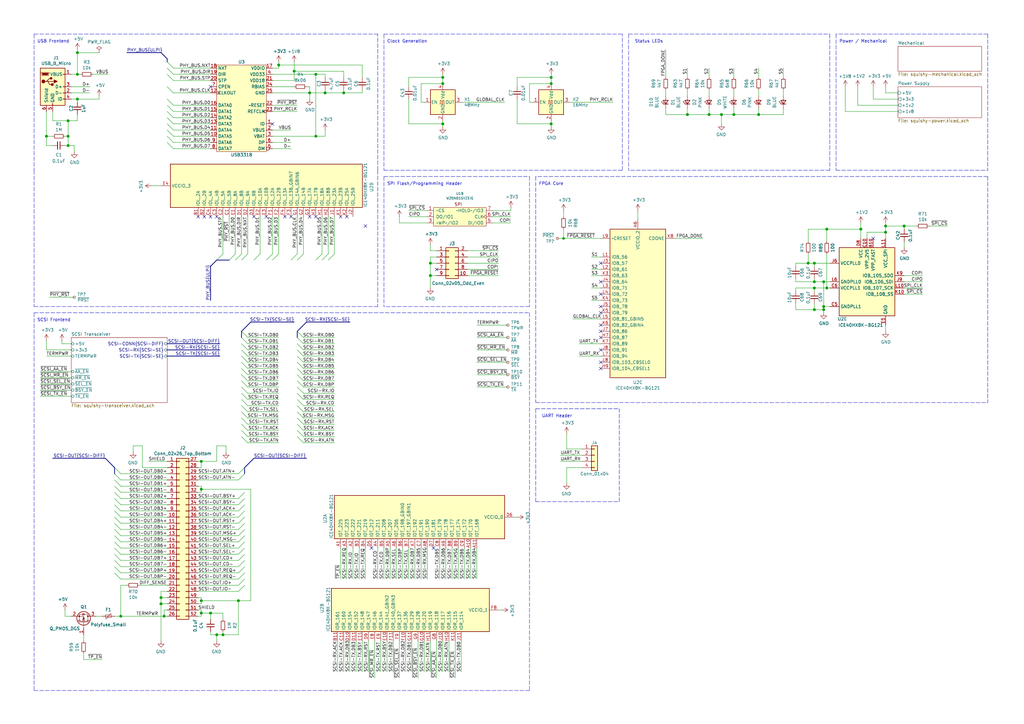
<source format=kicad_sch>
(kicad_sch (version 20210621) (generator eeschema)
  (paper "A3")
  (title_block (title "Squishy") (date "2021-05-31") (rev "1") (company "Aki"))
  (bus_alias "ULPI" (members "D[0..7]" "CLK" "STP" "DIR" "NXT"))
  (bus_alias "SCSI-DIFF" (members "DBP+" "DBP-" "ATN+" "ATN-" "BSY+" "BSY-" "ACK+" "ACK-" "RST+" "RST-" "MSG+" "MSG-" "SEL+" "SEL-" "CD+" "CD-" "REQ+" "REQ-" "IO+" "IO-" "DB0+" "DB0-" "DB1+" "DB1-" "DB2+" "DB2-" "DB3+" "DB3-" "DB4+" "DB4-" "DB5+" "DB5-" "DB6+" "DB6-" "DB7+" "DB7-"))
  (bus_alias "SCSI-SE" (members "DB[0..7]" "DBP" "IO" "REQ" "CD" "SEL" "MSG" "RST" "ACK" "BSY" "ATN"))
  (junction (at 19.05 55.88) (diameter 1.016))
  (junction (at 27.94 49.53) (diameter 1.016))
  (junction (at 27.94 55.88) (diameter 1.016))
  (junction (at 27.94 59.69) (diameter 1.016))
  (junction (at 31.75 21.59) (diameter 1.016))
  (junction (at 31.75 30.48) (diameter 1.016))
  (junction (at 31.75 40.64) (diameter 1.016))
  (junction (at 49.53 252.73) (diameter 1.016))
  (junction (at 66.04 245.11) (diameter 1.016))
  (junction (at 66.04 247.65) (diameter 1.016))
  (junction (at 67.31 252.73) (diameter 1.016))
  (junction (at 82.55 189.23) (diameter 1.016))
  (junction (at 82.55 200.66) (diameter 1.016))
  (junction (at 82.55 246.38) (diameter 1.016))
  (junction (at 82.55 251.46) (diameter 1.016))
  (junction (at 86.36 251.46) (diameter 1.016))
  (junction (at 88.9 260.35) (diameter 1.016))
  (junction (at 91.44 260.35) (diameter 1.016))
  (junction (at 97.79 246.38) (diameter 1.016))
  (junction (at 114.3 26.67) (diameter 1.016))
  (junction (at 120.65 29.21) (diameter 1.016))
  (junction (at 127 38.1) (diameter 1.016))
  (junction (at 129.54 30.48) (diameter 1.016))
  (junction (at 129.54 55.88) (diameter 1.016))
  (junction (at 133.35 38.1) (diameter 1.016))
  (junction (at 140.97 38.1) (diameter 1.016))
  (junction (at 176.53 107.95) (diameter 1.016))
  (junction (at 176.53 113.03) (diameter 1.016))
  (junction (at 181.61 31.75) (diameter 1.016))
  (junction (at 181.61 34.29) (diameter 1.016))
  (junction (at 181.61 50.8) (diameter 1.016))
  (junction (at 226.06 31.75) (diameter 1.016))
  (junction (at 226.06 34.29) (diameter 1.016))
  (junction (at 226.06 50.8) (diameter 1.016))
  (junction (at 231.14 97.79))
  (junction (at 281.94 46.99) (diameter 1.016))
  (junction (at 290.83 46.99) (diameter 1.016))
  (junction (at 295.91 46.99) (diameter 1.016))
  (junction (at 300.99 46.99) (diameter 1.016))
  (junction (at 311.15 46.99) (diameter 1.016))
  (junction (at 331.47 107.95) (diameter 1.016))
  (junction (at 334.01 107.95) (diameter 1.016))
  (junction (at 334.01 115.57) (diameter 1.016))
  (junction (at 334.01 118.11) (diameter 1.016))
  (junction (at 334.01 127) (diameter 1.016))
  (junction (at 337.82 115.57) (diameter 1.016))
  (junction (at 337.82 125.73) (diameter 1.016))
  (junction (at 337.82 127) (diameter 1.016))
  (junction (at 339.09 93.98) (diameter 1.016))
  (junction (at 339.09 118.11) (diameter 1.016))
  (junction (at 353.06 93.98) (diameter 1.016))
  (junction (at 363.22 92.71) (diameter 1.016))
  (junction (at 363.22 95.25) (diameter 1.016))
  (junction (at 370.84 92.71) (diameter 1.016))
  (no_connect (at 81.28 88.9))
  (no_connect (at 83.82 88.9))
  (no_connect (at 86.36 35.56))
  (no_connect (at 86.36 88.9))
  (no_connect (at 88.9 88.9))
  (no_connect (at 104.14 88.9))
  (no_connect (at 109.22 88.9))
  (no_connect (at 111.76 50.8))
  (no_connect (at 116.84 88.9))
  (no_connect (at 119.38 88.9))
  (no_connect (at 127 88.9))
  (no_connect (at 129.54 88.9))
  (no_connect (at 139.7 88.9))
  (no_connect (at 142.24 88.9))
  (no_connect (at 149.86 92.71))
  (no_connect (at 152.4 224.79))
  (no_connect (at 177.8 224.79))
  (no_connect (at 179.07 110.49))
  (no_connect (at 246.38 107.95))
  (no_connect (at 246.38 115.57))
  (no_connect (at 246.38 120.65))
  (no_connect (at 246.38 125.73))
  (no_connect (at 246.38 128.27))
  (no_connect (at 246.38 133.35))
  (no_connect (at 246.38 135.89))
  (no_connect (at 246.38 138.43))
  (no_connect (at 246.38 143.51))
  (no_connect (at 246.38 148.59))
  (no_connect (at 246.38 151.13))
  (no_connect (at 358.14 97.79))
  (bus_entry (at 46.99 191.77) (size 2.54 2.54) (stroke (width 0.1524)))
  (bus_entry (at 46.99 194.31) (size 2.54 2.54) (stroke (width 0.1524)))
  (bus_entry (at 46.99 196.85) (size 2.54 2.54) (stroke (width 0.1524)))
  (bus_entry (at 46.99 199.39) (size 2.54 2.54) (stroke (width 0.1524)))
  (bus_entry (at 46.99 201.93) (size 2.54 2.54) (stroke (width 0.1524)))
  (bus_entry (at 46.99 204.47) (size 2.54 2.54) (stroke (width 0.1524)))
  (bus_entry (at 46.99 207.01) (size 2.54 2.54) (stroke (width 0.1524)))
  (bus_entry (at 46.99 209.55) (size 2.54 2.54) (stroke (width 0.1524)))
  (bus_entry (at 46.99 212.09) (size 2.54 2.54) (stroke (width 0.1524)))
  (bus_entry (at 46.99 214.63) (size 2.54 2.54) (stroke (width 0.1524)))
  (bus_entry (at 46.99 217.17) (size 2.54 2.54) (stroke (width 0.1524)))
  (bus_entry (at 46.99 219.71) (size 2.54 2.54) (stroke (width 0.1524)))
  (bus_entry (at 46.99 222.25) (size 2.54 2.54) (stroke (width 0.1524)))
  (bus_entry (at 46.99 224.79) (size 2.54 2.54) (stroke (width 0.1524)))
  (bus_entry (at 46.99 227.33) (size 2.54 2.54) (stroke (width 0.1524)))
  (bus_entry (at 46.99 229.87) (size 2.54 2.54) (stroke (width 0.1524)))
  (bus_entry (at 46.99 232.41) (size 2.54 2.54) (stroke (width 0.1524)))
  (bus_entry (at 46.99 234.95) (size 2.54 2.54) (stroke (width 0.1524)))
  (bus_entry (at 68.58 25.4) (size 2.54 2.54) (stroke (width 0.1524)))
  (bus_entry (at 68.58 27.94) (size 2.54 2.54) (stroke (width 0.1524)))
  (bus_entry (at 68.58 30.48) (size 2.54 2.54) (stroke (width 0.1524)))
  (bus_entry (at 68.58 35.56) (size 2.54 2.54) (stroke (width 0.1524)))
  (bus_entry (at 68.58 40.64) (size 2.54 2.54) (stroke (width 0.1524)))
  (bus_entry (at 68.58 43.18) (size 2.54 2.54) (stroke (width 0.1524)))
  (bus_entry (at 68.58 45.72) (size 2.54 2.54) (stroke (width 0.1524)))
  (bus_entry (at 68.58 48.26) (size 2.54 2.54) (stroke (width 0.1524)))
  (bus_entry (at 68.58 50.8) (size 2.54 2.54) (stroke (width 0.1524)))
  (bus_entry (at 68.58 53.34) (size 2.54 2.54) (stroke (width 0.1524)))
  (bus_entry (at 68.58 55.88) (size 2.54 2.54) (stroke (width 0.1524)))
  (bus_entry (at 68.58 58.42) (size 2.54 2.54) (stroke (width 0.1524)))
  (bus_entry (at 88.9 106.68) (size 2.54 -2.54) (stroke (width 0.1524)))
  (bus_entry (at 93.98 106.68) (size 2.54 -2.54) (stroke (width 0.1524)))
  (bus_entry (at 96.52 106.68) (size 2.54 -2.54) (stroke (width 0.1524)))
  (bus_entry (at 99.06 106.68) (size 2.54 -2.54) (stroke (width 0.1524)))
  (bus_entry (at 99.06 135.89) (size 2.54 2.54) (stroke (width 0.1524)))
  (bus_entry (at 99.06 138.43) (size 2.54 2.54) (stroke (width 0.1524)))
  (bus_entry (at 99.06 140.97) (size 2.54 2.54) (stroke (width 0.1524)))
  (bus_entry (at 99.06 143.51) (size 2.54 2.54) (stroke (width 0.1524)))
  (bus_entry (at 99.06 146.05) (size 2.54 2.54) (stroke (width 0.1524)))
  (bus_entry (at 99.06 148.59) (size 2.54 2.54) (stroke (width 0.1524)))
  (bus_entry (at 99.06 151.13) (size 2.54 2.54) (stroke (width 0.1524)))
  (bus_entry (at 99.06 153.67) (size 2.54 2.54) (stroke (width 0.1524)))
  (bus_entry (at 99.06 156.21) (size 2.54 2.54) (stroke (width 0.1524)))
  (bus_entry (at 99.06 158.75) (size 2.54 2.54) (stroke (width 0.1524)))
  (bus_entry (at 99.06 161.29) (size 2.54 2.54) (stroke (width 0.1524)))
  (bus_entry (at 99.06 163.83) (size 2.54 2.54) (stroke (width 0.1524)))
  (bus_entry (at 99.06 166.37) (size 2.54 2.54) (stroke (width 0.1524)))
  (bus_entry (at 99.06 168.91) (size 2.54 2.54) (stroke (width 0.1524)))
  (bus_entry (at 99.06 171.45) (size 2.54 2.54) (stroke (width 0.1524)))
  (bus_entry (at 99.06 173.99) (size 2.54 2.54) (stroke (width 0.1524)))
  (bus_entry (at 99.06 176.53) (size 2.54 2.54) (stroke (width 0.1524)))
  (bus_entry (at 99.06 179.07) (size 2.54 2.54) (stroke (width 0.1524)))
  (bus_entry (at 100.33 191.77) (size -2.54 2.54) (stroke (width 0.1524)))
  (bus_entry (at 100.33 194.31) (size -2.54 2.54) (stroke (width 0.1524)))
  (bus_entry (at 100.33 201.93) (size -2.54 2.54) (stroke (width 0.1524)))
  (bus_entry (at 100.33 204.47) (size -2.54 2.54) (stroke (width 0.1524)))
  (bus_entry (at 100.33 207.01) (size -2.54 2.54) (stroke (width 0.1524)))
  (bus_entry (at 100.33 209.55) (size -2.54 2.54) (stroke (width 0.1524)))
  (bus_entry (at 100.33 212.09) (size -2.54 2.54) (stroke (width 0.1524)))
  (bus_entry (at 100.33 214.63) (size -2.54 2.54) (stroke (width 0.1524)))
  (bus_entry (at 100.33 217.17) (size -2.54 2.54) (stroke (width 0.1524)))
  (bus_entry (at 100.33 219.71) (size -2.54 2.54) (stroke (width 0.1524)))
  (bus_entry (at 100.33 222.25) (size -2.54 2.54) (stroke (width 0.1524)))
  (bus_entry (at 100.33 224.79) (size -2.54 2.54) (stroke (width 0.1524)))
  (bus_entry (at 100.33 227.33) (size -2.54 2.54) (stroke (width 0.1524)))
  (bus_entry (at 100.33 229.87) (size -2.54 2.54) (stroke (width 0.1524)))
  (bus_entry (at 100.33 232.41) (size -2.54 2.54) (stroke (width 0.1524)))
  (bus_entry (at 100.33 234.95) (size -2.54 2.54) (stroke (width 0.1524)))
  (bus_entry (at 100.33 237.49) (size -2.54 2.54) (stroke (width 0.1524)))
  (bus_entry (at 100.33 240.03) (size -2.54 2.54) (stroke (width 0.1524)))
  (bus_entry (at 104.14 106.68) (size 2.54 -2.54) (stroke (width 0.1524)))
  (bus_entry (at 109.22 106.68) (size 2.54 -2.54) (stroke (width 0.1524)))
  (bus_entry (at 111.76 106.68) (size 2.54 -2.54) (stroke (width 0.1524)))
  (bus_entry (at 119.38 106.68) (size 2.54 -2.54) (stroke (width 0.1524)))
  (bus_entry (at 121.92 106.68) (size 2.54 -2.54) (stroke (width 0.1524)))
  (bus_entry (at 121.92 135.89) (size 2.54 2.54) (stroke (width 0.1524)))
  (bus_entry (at 121.92 138.43) (size 2.54 2.54) (stroke (width 0.1524)))
  (bus_entry (at 121.92 140.97) (size 2.54 2.54) (stroke (width 0.1524)))
  (bus_entry (at 121.92 143.51) (size 2.54 2.54) (stroke (width 0.1524)))
  (bus_entry (at 121.92 146.05) (size 2.54 2.54) (stroke (width 0.1524)))
  (bus_entry (at 121.92 148.59) (size 2.54 2.54) (stroke (width 0.1524)))
  (bus_entry (at 121.92 151.13) (size 2.54 2.54) (stroke (width 0.1524)))
  (bus_entry (at 121.92 153.67) (size 2.54 2.54) (stroke (width 0.1524)))
  (bus_entry (at 121.92 156.21) (size 2.54 2.54) (stroke (width 0.1524)))
  (bus_entry (at 121.92 158.75) (size 2.54 2.54) (stroke (width 0.1524)))
  (bus_entry (at 121.92 161.29) (size 2.54 2.54) (stroke (width 0.1524)))
  (bus_entry (at 121.92 163.83) (size 2.54 2.54) (stroke (width 0.1524)))
  (bus_entry (at 121.92 166.37) (size 2.54 2.54) (stroke (width 0.1524)))
  (bus_entry (at 121.92 168.91) (size 2.54 2.54) (stroke (width 0.1524)))
  (bus_entry (at 121.92 171.45) (size 2.54 2.54) (stroke (width 0.1524)))
  (bus_entry (at 121.92 173.99) (size 2.54 2.54) (stroke (width 0.1524)))
  (bus_entry (at 121.92 176.53) (size 2.54 2.54) (stroke (width 0.1524)))
  (bus_entry (at 121.92 179.07) (size 2.54 2.54) (stroke (width 0.1524)))
  (bus_entry (at 129.54 106.68) (size 2.54 -2.54) (stroke (width 0.1524)))
  (bus_entry (at 132.08 106.68) (size 2.54 -2.54) (stroke (width 0.1524)))
  (bus_entry (at 134.62 106.68) (size 2.54 -2.54) (stroke (width 0.1524)))
  (wire (pts (xy 16.51 152.4) (xy 29.21 152.4)))
  (wire (pts (xy 16.51 154.94) (xy 29.21 154.94)))
  (wire (pts (xy 16.51 157.48) (xy 29.21 157.48)))
  (wire (pts (xy 16.51 160.02) (xy 29.21 160.02)))
  (wire (pts (xy 16.51 162.56) (xy 29.21 162.56)))
  (wire (pts (xy 19.05 45.72) (xy 19.05 55.88)))
  (wire (pts (xy 19.05 59.69) (xy 19.05 55.88)))
  (wire (pts (xy 19.05 143.51) (xy 19.05 139.7)))
  (wire (pts (xy 21.59 49.53) (xy 21.59 45.72)))
  (wire (pts (xy 21.59 55.88) (xy 19.05 55.88)))
  (wire (pts (xy 21.59 59.69) (xy 19.05 59.69)))
  (wire (pts (xy 25.4 139.7) (xy 25.4 140.97)))
  (wire (pts (xy 26.67 55.88) (xy 27.94 55.88)))
  (wire (pts (xy 26.67 59.69) (xy 27.94 59.69)))
  (wire (pts (xy 26.67 252.73) (xy 26.67 250.19)))
  (wire (pts (xy 27.94 49.53) (xy 21.59 49.53)))
  (wire (pts (xy 27.94 49.53) (xy 27.94 55.88)))
  (wire (pts (xy 27.94 59.69) (xy 27.94 55.88)))
  (wire (pts (xy 29.21 35.56) (xy 36.83 35.56)))
  (wire (pts (xy 29.21 38.1) (xy 36.83 38.1)))
  (wire (pts (xy 29.21 40.64) (xy 31.75 40.64)))
  (wire (pts (xy 29.21 140.97) (xy 25.4 140.97)))
  (wire (pts (xy 29.21 143.51) (xy 19.05 143.51)))
  (wire (pts (xy 29.21 146.05) (xy 19.05 146.05)))
  (wire (pts (xy 29.21 252.73) (xy 26.67 252.73)))
  (wire (pts (xy 30.48 59.69) (xy 27.94 59.69)))
  (wire (pts (xy 30.48 62.23) (xy 30.48 59.69)))
  (wire (pts (xy 30.48 121.92) (xy 20.32 121.92)))
  (wire (pts (xy 31.75 20.32) (xy 31.75 21.59)))
  (wire (pts (xy 31.75 21.59) (xy 31.75 30.48)))
  (wire (pts (xy 31.75 21.59) (xy 40.64 21.59)))
  (wire (pts (xy 31.75 30.48) (xy 29.21 30.48)))
  (wire (pts (xy 31.75 30.48) (xy 33.02 30.48)))
  (wire (pts (xy 31.75 40.64) (xy 31.75 41.91)))
  (wire (pts (xy 31.75 46.99) (xy 31.75 49.53)))
  (wire (pts (xy 31.75 49.53) (xy 27.94 49.53)))
  (wire (pts (xy 34.29 262.89) (xy 34.29 260.35)))
  (wire (pts (xy 34.29 267.97) (xy 34.29 270.51)))
  (wire (pts (xy 34.29 270.51) (xy 41.91 270.51)))
  (wire (pts (xy 38.1 30.48) (xy 44.45 30.48)))
  (wire (pts (xy 40.64 39.37) (xy 40.64 40.64)))
  (wire (pts (xy 40.64 40.64) (xy 31.75 40.64)))
  (wire (pts (xy 41.91 252.73) (xy 39.37 252.73)))
  (wire (pts (xy 49.53 194.31) (xy 68.58 194.31)))
  (wire (pts (xy 49.53 196.85) (xy 68.58 196.85)))
  (wire (pts (xy 49.53 199.39) (xy 68.58 199.39)))
  (wire (pts (xy 49.53 201.93) (xy 68.58 201.93)))
  (wire (pts (xy 49.53 204.47) (xy 68.58 204.47)))
  (wire (pts (xy 49.53 207.01) (xy 68.58 207.01)))
  (wire (pts (xy 49.53 209.55) (xy 68.58 209.55)))
  (wire (pts (xy 49.53 212.09) (xy 68.58 212.09)))
  (wire (pts (xy 49.53 214.63) (xy 68.58 214.63)))
  (wire (pts (xy 49.53 217.17) (xy 68.58 217.17)))
  (wire (pts (xy 49.53 219.71) (xy 68.58 219.71)))
  (wire (pts (xy 49.53 222.25) (xy 68.58 222.25)))
  (wire (pts (xy 49.53 224.79) (xy 68.58 224.79)))
  (wire (pts (xy 49.53 227.33) (xy 68.58 227.33)))
  (wire (pts (xy 49.53 229.87) (xy 68.58 229.87)))
  (wire (pts (xy 49.53 232.41) (xy 68.58 232.41)))
  (wire (pts (xy 49.53 234.95) (xy 68.58 234.95)))
  (wire (pts (xy 49.53 237.49) (xy 68.58 237.49)))
  (wire (pts (xy 49.53 240.03) (xy 49.53 252.73)))
  (wire (pts (xy 49.53 240.03) (xy 52.07 240.03)))
  (wire (pts (xy 49.53 252.73) (xy 46.99 252.73)))
  (wire (pts (xy 49.53 252.73) (xy 67.31 252.73)))
  (wire (pts (xy 54.61 182.88) (xy 54.61 185.42)))
  (wire (pts (xy 57.15 240.03) (xy 68.58 240.03)))
  (wire (pts (xy 58.42 182.88) (xy 54.61 182.88)))
  (wire (pts (xy 58.42 191.77) (xy 58.42 182.88)))
  (wire (pts (xy 58.42 191.77) (xy 68.58 191.77)))
  (wire (pts (xy 62.23 76.2) (xy 66.04 76.2)))
  (wire (pts (xy 66.04 242.57) (xy 66.04 245.11)))
  (wire (pts (xy 66.04 245.11) (xy 66.04 247.65)))
  (wire (pts (xy 66.04 247.65) (xy 66.04 262.89)))
  (wire (pts (xy 67.31 250.19) (xy 67.31 252.73)))
  (wire (pts (xy 67.31 252.73) (xy 68.58 252.73)))
  (wire (pts (xy 68.58 189.23) (xy 60.96 189.23)))
  (wire (pts (xy 68.58 242.57) (xy 66.04 242.57)))
  (wire (pts (xy 68.58 245.11) (xy 66.04 245.11)))
  (wire (pts (xy 68.58 247.65) (xy 66.04 247.65)))
  (wire (pts (xy 68.58 250.19) (xy 67.31 250.19)))
  (wire (pts (xy 71.12 27.94) (xy 86.36 27.94)))
  (wire (pts (xy 71.12 30.48) (xy 86.36 30.48)))
  (wire (pts (xy 71.12 33.02) (xy 86.36 33.02)))
  (wire (pts (xy 71.12 38.1) (xy 86.36 38.1)))
  (wire (pts (xy 71.12 43.18) (xy 86.36 43.18)))
  (wire (pts (xy 71.12 45.72) (xy 86.36 45.72)))
  (wire (pts (xy 71.12 48.26) (xy 86.36 48.26)))
  (wire (pts (xy 71.12 50.8) (xy 86.36 50.8)))
  (wire (pts (xy 71.12 53.34) (xy 86.36 53.34)))
  (wire (pts (xy 71.12 55.88) (xy 86.36 55.88)))
  (wire (pts (xy 71.12 58.42) (xy 86.36 58.42)))
  (wire (pts (xy 71.12 60.96) (xy 86.36 60.96)))
  (wire (pts (xy 81.28 189.23) (xy 82.55 189.23)))
  (wire (pts (xy 81.28 250.19) (xy 82.55 250.19)))
  (wire (pts (xy 81.28 252.73) (xy 82.55 252.73)))
  (wire (pts (xy 82.55 189.23) (xy 82.55 191.77)))
  (wire (pts (xy 82.55 191.77) (xy 81.28 191.77)))
  (wire (pts (xy 82.55 199.39) (xy 81.28 199.39)))
  (wire (pts (xy 82.55 199.39) (xy 82.55 200.66)))
  (wire (pts (xy 82.55 200.66) (xy 82.55 201.93)))
  (wire (pts (xy 82.55 200.66) (xy 102.87 200.66)))
  (wire (pts (xy 82.55 201.93) (xy 81.28 201.93)))
  (wire (pts (xy 82.55 245.11) (xy 81.28 245.11)))
  (wire (pts (xy 82.55 245.11) (xy 82.55 246.38)))
  (wire (pts (xy 82.55 246.38) (xy 82.55 247.65)))
  (wire (pts (xy 82.55 247.65) (xy 81.28 247.65)))
  (wire (pts (xy 82.55 250.19) (xy 82.55 251.46)))
  (wire (pts (xy 82.55 251.46) (xy 82.55 252.73)))
  (wire (pts (xy 82.55 251.46) (xy 86.36 251.46)))
  (wire (pts (xy 86.36 251.46) (xy 91.44 251.46)))
  (wire (pts (xy 86.36 254) (xy 86.36 251.46)))
  (wire (pts (xy 86.36 259.08) (xy 86.36 260.35)))
  (wire (pts (xy 86.36 260.35) (xy 88.9 260.35)))
  (wire (pts (xy 88.9 182.88) (xy 88.9 189.23)))
  (wire (pts (xy 88.9 182.88) (xy 92.71 182.88)))
  (wire (pts (xy 88.9 189.23) (xy 82.55 189.23)))
  (wire (pts (xy 88.9 260.35) (xy 88.9 262.89)))
  (wire (pts (xy 88.9 260.35) (xy 91.44 260.35)))
  (wire (pts (xy 91.44 104.14) (xy 91.44 88.9)))
  (wire (pts (xy 91.44 251.46) (xy 91.44 254)))
  (wire (pts (xy 91.44 260.35) (xy 91.44 259.08)))
  (wire (pts (xy 91.44 260.35) (xy 97.79 260.35)))
  (wire (pts (xy 92.71 182.88) (xy 92.71 185.42)))
  (wire (pts (xy 93.98 88.9) (xy 93.98 99.06)))
  (wire (pts (xy 96.52 104.14) (xy 96.52 88.9)))
  (wire (pts (xy 97.79 194.31) (xy 81.28 194.31)))
  (wire (pts (xy 97.79 196.85) (xy 81.28 196.85)))
  (wire (pts (xy 97.79 204.47) (xy 81.28 204.47)))
  (wire (pts (xy 97.79 207.01) (xy 81.28 207.01)))
  (wire (pts (xy 97.79 209.55) (xy 81.28 209.55)))
  (wire (pts (xy 97.79 212.09) (xy 81.28 212.09)))
  (wire (pts (xy 97.79 214.63) (xy 81.28 214.63)))
  (wire (pts (xy 97.79 217.17) (xy 81.28 217.17)))
  (wire (pts (xy 97.79 219.71) (xy 81.28 219.71)))
  (wire (pts (xy 97.79 222.25) (xy 81.28 222.25)))
  (wire (pts (xy 97.79 224.79) (xy 81.28 224.79)))
  (wire (pts (xy 97.79 227.33) (xy 81.28 227.33)))
  (wire (pts (xy 97.79 229.87) (xy 81.28 229.87)))
  (wire (pts (xy 97.79 232.41) (xy 81.28 232.41)))
  (wire (pts (xy 97.79 234.95) (xy 81.28 234.95)))
  (wire (pts (xy 97.79 237.49) (xy 81.28 237.49)))
  (wire (pts (xy 97.79 240.03) (xy 81.28 240.03)))
  (wire (pts (xy 97.79 242.57) (xy 81.28 242.57)))
  (wire (pts (xy 97.79 246.38) (xy 82.55 246.38)))
  (wire (pts (xy 97.79 260.35) (xy 97.79 246.38)))
  (wire (pts (xy 99.06 104.14) (xy 99.06 88.9)))
  (wire (pts (xy 101.6 104.14) (xy 101.6 88.9)))
  (wire (pts (xy 101.6 138.43) (xy 114.3 138.43)))
  (wire (pts (xy 101.6 140.97) (xy 114.3 140.97)))
  (wire (pts (xy 101.6 143.51) (xy 114.3 143.51)))
  (wire (pts (xy 101.6 146.05) (xy 114.3 146.05)))
  (wire (pts (xy 101.6 148.59) (xy 114.3 148.59)))
  (wire (pts (xy 101.6 151.13) (xy 114.3 151.13)))
  (wire (pts (xy 101.6 153.67) (xy 114.3 153.67)))
  (wire (pts (xy 101.6 156.21) (xy 114.3 156.21)))
  (wire (pts (xy 101.6 158.75) (xy 114.3 158.75)))
  (wire (pts (xy 101.6 161.29) (xy 114.3 161.29)))
  (wire (pts (xy 101.6 163.83) (xy 114.3 163.83)))
  (wire (pts (xy 101.6 166.37) (xy 114.3 166.37)))
  (wire (pts (xy 101.6 168.91) (xy 114.3 168.91)))
  (wire (pts (xy 101.6 171.45) (xy 114.3 171.45)))
  (wire (pts (xy 101.6 173.99) (xy 114.3 173.99)))
  (wire (pts (xy 101.6 176.53) (xy 114.3 176.53)))
  (wire (pts (xy 101.6 179.07) (xy 114.3 179.07)))
  (wire (pts (xy 101.6 181.61) (xy 114.3 181.61)))
  (wire (pts (xy 102.87 200.66) (xy 102.87 246.38)))
  (wire (pts (xy 102.87 246.38) (xy 97.79 246.38)))
  (wire (pts (xy 106.68 104.14) (xy 106.68 88.9)))
  (wire (pts (xy 111.76 30.48) (xy 129.54 30.48)))
  (wire (pts (xy 111.76 33.02) (xy 120.65 33.02)))
  (wire (pts (xy 111.76 38.1) (xy 127 38.1)))
  (wire (pts (xy 111.76 43.18) (xy 121.92 43.18)))
  (wire (pts (xy 111.76 45.72) (xy 121.92 45.72)))
  (wire (pts (xy 111.76 53.34) (xy 119.38 53.34)))
  (wire (pts (xy 111.76 55.88) (xy 129.54 55.88)))
  (wire (pts (xy 111.76 58.42) (xy 119.38 58.42)))
  (wire (pts (xy 111.76 60.96) (xy 119.38 60.96)))
  (wire (pts (xy 111.76 104.14) (xy 111.76 88.9)))
  (wire (pts (xy 114.3 25.4) (xy 114.3 26.67)))
  (wire (pts (xy 114.3 26.67) (xy 114.3 27.94)))
  (wire (pts (xy 114.3 26.67) (xy 148.59 26.67)))
  (wire (pts (xy 114.3 27.94) (xy 111.76 27.94)))
  (wire (pts (xy 114.3 104.14) (xy 114.3 88.9)))
  (wire (pts (xy 120.65 25.4) (xy 120.65 29.21)))
  (wire (pts (xy 120.65 29.21) (xy 120.65 33.02)))
  (wire (pts (xy 120.65 29.21) (xy 140.97 29.21)))
  (wire (pts (xy 120.65 35.56) (xy 111.76 35.56)))
  (wire (pts (xy 121.92 104.14) (xy 121.92 88.9)))
  (wire (pts (xy 124.46 104.14) (xy 124.46 88.9)))
  (wire (pts (xy 124.46 138.43) (xy 137.16 138.43)))
  (wire (pts (xy 124.46 140.97) (xy 137.16 140.97)))
  (wire (pts (xy 124.46 143.51) (xy 137.16 143.51)))
  (wire (pts (xy 124.46 146.05) (xy 137.16 146.05)))
  (wire (pts (xy 124.46 148.59) (xy 137.16 148.59)))
  (wire (pts (xy 124.46 151.13) (xy 137.16 151.13)))
  (wire (pts (xy 124.46 153.67) (xy 137.16 153.67)))
  (wire (pts (xy 124.46 156.21) (xy 137.16 156.21)))
  (wire (pts (xy 124.46 158.75) (xy 137.16 158.75)))
  (wire (pts (xy 124.46 161.29) (xy 137.16 161.29)))
  (wire (pts (xy 124.46 163.83) (xy 137.16 163.83)))
  (wire (pts (xy 124.46 166.37) (xy 137.16 166.37)))
  (wire (pts (xy 124.46 168.91) (xy 137.16 168.91)))
  (wire (pts (xy 124.46 171.45) (xy 137.16 171.45)))
  (wire (pts (xy 124.46 173.99) (xy 137.16 173.99)))
  (wire (pts (xy 124.46 176.53) (xy 137.16 176.53)))
  (wire (pts (xy 124.46 179.07) (xy 137.16 179.07)))
  (wire (pts (xy 124.46 181.61) (xy 137.16 181.61)))
  (wire (pts (xy 125.73 35.56) (xy 127 35.56)))
  (wire (pts (xy 127 35.56) (xy 127 38.1)))
  (wire (pts (xy 127 38.1) (xy 127 40.64)))
  (wire (pts (xy 129.54 30.48) (xy 129.54 55.88)))
  (wire (pts (xy 129.54 30.48) (xy 133.35 30.48)))
  (wire (pts (xy 129.54 55.88) (xy 133.35 55.88)))
  (wire (pts (xy 132.08 104.14) (xy 132.08 88.9)))
  (wire (pts (xy 133.35 30.48) (xy 133.35 31.75)))
  (wire (pts (xy 133.35 36.83) (xy 133.35 38.1)))
  (wire (pts (xy 133.35 38.1) (xy 127 38.1)))
  (wire (pts (xy 133.35 38.1) (xy 140.97 38.1)))
  (wire (pts (xy 133.35 53.34) (xy 133.35 55.88)))
  (wire (pts (xy 134.62 104.14) (xy 134.62 88.9)))
  (wire (pts (xy 137.16 104.14) (xy 137.16 88.9)))
  (wire (pts (xy 138.43 262.89) (xy 138.43 275.59)))
  (wire (pts (xy 139.7 237.49) (xy 139.7 224.79)))
  (wire (pts (xy 140.97 29.21) (xy 140.97 31.75)))
  (wire (pts (xy 140.97 36.83) (xy 140.97 38.1)))
  (wire (pts (xy 140.97 38.1) (xy 148.59 38.1)))
  (wire (pts (xy 140.97 262.89) (xy 140.97 275.59)))
  (wire (pts (xy 142.24 224.79) (xy 142.24 237.49)))
  (wire (pts (xy 143.51 262.89) (xy 143.51 275.59)))
  (wire (pts (xy 144.78 224.79) (xy 144.78 237.49)))
  (wire (pts (xy 146.05 262.89) (xy 146.05 275.59)))
  (wire (pts (xy 147.32 224.79) (xy 147.32 237.49)))
  (wire (pts (xy 148.59 26.67) (xy 148.59 31.75)))
  (wire (pts (xy 148.59 38.1) (xy 148.59 36.83)))
  (wire (pts (xy 148.59 262.89) (xy 148.59 275.59)))
  (wire (pts (xy 149.86 224.79) (xy 149.86 237.49)))
  (wire (pts (xy 151.13 262.89) (xy 151.13 275.59)))
  (wire (pts (xy 153.67 262.89) (xy 153.67 278.13)))
  (wire (pts (xy 154.94 224.79) (xy 154.94 237.49)))
  (wire (pts (xy 156.21 262.89) (xy 156.21 275.59)))
  (wire (pts (xy 157.48 224.79) (xy 157.48 237.49)))
  (wire (pts (xy 158.75 262.89) (xy 158.75 275.59)))
  (wire (pts (xy 160.02 224.79) (xy 160.02 237.49)))
  (wire (pts (xy 161.29 262.89) (xy 161.29 275.59)))
  (wire (pts (xy 162.56 224.79) (xy 162.56 237.49)))
  (wire (pts (xy 163.83 88.9) (xy 163.83 91.44)))
  (wire (pts (xy 163.83 91.44) (xy 175.26 91.44)))
  (wire (pts (xy 163.83 262.89) (xy 163.83 278.13)))
  (wire (pts (xy 165.1 224.79) (xy 165.1 237.49)))
  (wire (pts (xy 166.37 262.89) (xy 166.37 275.59)))
  (wire (pts (xy 167.64 31.75) (xy 167.64 35.56)))
  (wire (pts (xy 167.64 50.8) (xy 167.64 40.64)))
  (wire (pts (xy 167.64 224.79) (xy 167.64 237.49)))
  (wire (pts (xy 168.91 262.89) (xy 168.91 275.59)))
  (wire (pts (xy 170.18 224.79) (xy 170.18 237.49)))
  (wire (pts (xy 171.45 262.89) (xy 171.45 278.13)))
  (wire (pts (xy 172.72 34.29) (xy 181.61 34.29)))
  (wire (pts (xy 172.72 41.91) (xy 172.72 34.29)))
  (wire (pts (xy 172.72 224.79) (xy 172.72 237.49)))
  (wire (pts (xy 173.99 41.91) (xy 172.72 41.91)))
  (wire (pts (xy 173.99 262.89) (xy 173.99 275.59)))
  (wire (pts (xy 175.26 86.36) (xy 167.64 86.36)))
  (wire (pts (xy 175.26 88.9) (xy 167.64 88.9)))
  (wire (pts (xy 175.26 224.79) (xy 175.26 237.49)))
  (wire (pts (xy 176.53 100.33) (xy 176.53 102.87)))
  (wire (pts (xy 176.53 102.87) (xy 179.07 102.87)))
  (wire (pts (xy 176.53 105.41) (xy 176.53 107.95)))
  (wire (pts (xy 176.53 107.95) (xy 176.53 113.03)))
  (wire (pts (xy 176.53 113.03) (xy 176.53 118.11)))
  (wire (pts (xy 176.53 262.89) (xy 176.53 275.59)))
  (wire (pts (xy 179.07 105.41) (xy 176.53 105.41)))
  (wire (pts (xy 179.07 107.95) (xy 176.53 107.95)))
  (wire (pts (xy 179.07 113.03) (xy 176.53 113.03)))
  (wire (pts (xy 179.07 278.13) (xy 179.07 262.89)))
  (wire (pts (xy 180.34 224.79) (xy 180.34 237.49)))
  (wire (pts (xy 181.61 30.48) (xy 181.61 31.75)))
  (wire (pts (xy 181.61 31.75) (xy 167.64 31.75)))
  (wire (pts (xy 181.61 31.75) (xy 181.61 34.29)))
  (wire (pts (xy 181.61 49.53) (xy 181.61 50.8)))
  (wire (pts (xy 181.61 50.8) (xy 167.64 50.8)))
  (wire (pts (xy 181.61 50.8) (xy 181.61 52.07)))
  (wire (pts (xy 181.61 262.89) (xy 181.61 275.59)))
  (wire (pts (xy 182.88 224.79) (xy 182.88 237.49)))
  (wire (pts (xy 184.15 262.89) (xy 184.15 275.59)))
  (wire (pts (xy 185.42 224.79) (xy 185.42 237.49)))
  (wire (pts (xy 186.69 262.89) (xy 186.69 278.13)))
  (wire (pts (xy 187.96 224.79) (xy 187.96 237.49)))
  (wire (pts (xy 189.23 41.91) (xy 207.01 41.91)))
  (wire (pts (xy 189.23 262.89) (xy 189.23 275.59)))
  (wire (pts (xy 190.5 224.79) (xy 190.5 237.49)))
  (wire (pts (xy 191.77 102.87) (xy 204.47 102.87)))
  (wire (pts (xy 191.77 105.41) (xy 204.47 105.41)))
  (wire (pts (xy 191.77 107.95) (xy 204.47 107.95)))
  (wire (pts (xy 191.77 110.49) (xy 204.47 110.49)))
  (wire (pts (xy 191.77 113.03) (xy 204.47 113.03)))
  (wire (pts (xy 193.04 224.79) (xy 193.04 237.49)))
  (wire (pts (xy 195.58 138.43) (xy 208.28 138.43)))
  (wire (pts (xy 195.58 143.51) (xy 208.28 143.51)))
  (wire (pts (xy 195.58 148.59) (xy 208.28 148.59)))
  (wire (pts (xy 195.58 153.67) (xy 208.28 153.67)))
  (wire (pts (xy 195.58 158.75) (xy 208.28 158.75)))
  (wire (pts (xy 195.58 224.79) (xy 195.58 237.49)))
  (wire (pts (xy 201.93 86.36) (xy 209.55 86.36)))
  (wire (pts (xy 201.93 88.9) (xy 209.55 88.9)))
  (wire (pts (xy 201.93 91.44) (xy 209.55 91.44)))
  (wire (pts (xy 205.74 250.19) (xy 204.47 250.19)))
  (wire (pts (xy 208.28 133.35) (xy 195.58 133.35)))
  (wire (pts (xy 209.55 85.09) (xy 209.55 86.36)))
  (wire (pts (xy 212.09 31.75) (xy 212.09 35.56)))
  (wire (pts (xy 212.09 50.8) (xy 212.09 40.64)))
  (wire (pts (xy 212.09 212.09) (xy 210.82 212.09)))
  (wire (pts (xy 217.17 34.29) (xy 226.06 34.29)))
  (wire (pts (xy 217.17 41.91) (xy 217.17 34.29)))
  (wire (pts (xy 218.44 41.91) (xy 217.17 41.91)))
  (wire (pts (xy 226.06 30.48) (xy 226.06 31.75)))
  (wire (pts (xy 226.06 31.75) (xy 212.09 31.75)))
  (wire (pts (xy 226.06 31.75) (xy 226.06 34.29)))
  (wire (pts (xy 226.06 49.53) (xy 226.06 50.8)))
  (wire (pts (xy 226.06 50.8) (xy 212.09 50.8)))
  (wire (pts (xy 226.06 50.8) (xy 226.06 52.07)))
  (wire (pts (xy 228.6 97.79) (xy 231.14 97.79)))
  (wire (pts (xy 231.14 86.36) (xy 231.14 88.9)))
  (wire (pts (xy 231.14 97.79) (xy 231.14 93.98)))
  (wire (pts (xy 232.41 177.8) (xy 232.41 184.15)))
  (wire (pts (xy 232.41 184.15) (xy 238.76 184.15)))
  (wire (pts (xy 232.41 191.77) (xy 232.41 198.12)))
  (wire (pts (xy 233.68 41.91) (xy 251.46 41.91)))
  (wire (pts (xy 238.76 186.69) (xy 229.87 186.69)))
  (wire (pts (xy 238.76 189.23) (xy 229.87 189.23)))
  (wire (pts (xy 238.76 191.77) (xy 232.41 191.77)))
  (wire (pts (xy 246.38 97.79) (xy 231.14 97.79)))
  (wire (pts (xy 246.38 105.41) (xy 242.57 105.41)))
  (wire (pts (xy 246.38 110.49) (xy 242.57 110.49)))
  (wire (pts (xy 246.38 113.03) (xy 242.57 113.03)))
  (wire (pts (xy 246.38 118.11) (xy 242.57 118.11)))
  (wire (pts (xy 246.38 123.19) (xy 242.57 123.19)))
  (wire (pts (xy 246.38 130.81) (xy 234.95 130.81)))
  (wire (pts (xy 246.38 140.97) (xy 237.49 140.97)))
  (wire (pts (xy 246.38 146.05) (xy 237.49 146.05)))
  (wire (pts (xy 261.62 86.36) (xy 261.62 90.17)))
  (wire (pts (xy 273.05 31.75) (xy 273.05 20.32)))
  (wire (pts (xy 273.05 36.83) (xy 273.05 39.37)))
  (wire (pts (xy 273.05 46.99) (xy 273.05 44.45)))
  (wire (pts (xy 276.86 97.79) (xy 288.29 97.79)))
  (wire (pts (xy 281.94 31.75) (xy 281.94 27.94)))
  (wire (pts (xy 281.94 36.83) (xy 281.94 39.37)))
  (wire (pts (xy 281.94 44.45) (xy 281.94 46.99)))
  (wire (pts (xy 281.94 46.99) (xy 273.05 46.99)))
  (wire (pts (xy 281.94 46.99) (xy 290.83 46.99)))
  (wire (pts (xy 290.83 31.75) (xy 290.83 27.94)))
  (wire (pts (xy 290.83 36.83) (xy 290.83 39.37)))
  (wire (pts (xy 290.83 44.45) (xy 290.83 46.99)))
  (wire (pts (xy 290.83 46.99) (xy 295.91 46.99)))
  (wire (pts (xy 295.91 46.99) (xy 300.99 46.99)))
  (wire (pts (xy 295.91 50.8) (xy 295.91 46.99)))
  (wire (pts (xy 300.99 31.75) (xy 300.99 27.94)))
  (wire (pts (xy 300.99 36.83) (xy 300.99 39.37)))
  (wire (pts (xy 300.99 44.45) (xy 300.99 46.99)))
  (wire (pts (xy 300.99 46.99) (xy 311.15 46.99)))
  (wire (pts (xy 311.15 31.75) (xy 311.15 27.94)))
  (wire (pts (xy 311.15 36.83) (xy 311.15 39.37)))
  (wire (pts (xy 311.15 44.45) (xy 311.15 46.99)))
  (wire (pts (xy 311.15 46.99) (xy 321.31 46.99)))
  (wire (pts (xy 321.31 31.75) (xy 321.31 27.94)))
  (wire (pts (xy 321.31 36.83) (xy 321.31 39.37)))
  (wire (pts (xy 321.31 44.45) (xy 321.31 46.99)))
  (wire (pts (xy 326.39 107.95) (xy 331.47 107.95)))
  (wire (pts (xy 326.39 109.22) (xy 326.39 107.95)))
  (wire (pts (xy 326.39 115.57) (xy 326.39 114.3)))
  (wire (pts (xy 326.39 115.57) (xy 334.01 115.57)))
  (wire (pts (xy 326.39 118.11) (xy 334.01 118.11)))
  (wire (pts (xy 326.39 119.38) (xy 326.39 118.11)))
  (wire (pts (xy 326.39 127) (xy 326.39 124.46)))
  (wire (pts (xy 331.47 93.98) (xy 339.09 93.98)))
  (wire (pts (xy 331.47 99.06) (xy 331.47 93.98)))
  (wire (pts (xy 331.47 104.14) (xy 331.47 107.95)))
  (wire (pts (xy 331.47 107.95) (xy 334.01 107.95)))
  (wire (pts (xy 334.01 107.95) (xy 340.36 107.95)))
  (wire (pts (xy 334.01 109.22) (xy 334.01 107.95)))
  (wire (pts (xy 334.01 114.3) (xy 334.01 115.57)))
  (wire (pts (xy 334.01 115.57) (xy 337.82 115.57)))
  (wire (pts (xy 334.01 118.11) (xy 334.01 119.38)))
  (wire (pts (xy 334.01 124.46) (xy 334.01 127)))
  (wire (pts (xy 334.01 127) (xy 326.39 127)))
  (wire (pts (xy 337.82 115.57) (xy 340.36 115.57)))
  (wire (pts (xy 337.82 125.73) (xy 337.82 115.57)))
  (wire (pts (xy 337.82 125.73) (xy 337.82 127)))
  (wire (pts (xy 337.82 125.73) (xy 340.36 125.73)))
  (wire (pts (xy 337.82 127) (xy 334.01 127)))
  (wire (pts (xy 337.82 127) (xy 337.82 128.27)))
  (wire (pts (xy 339.09 93.98) (xy 339.09 99.06)))
  (wire (pts (xy 339.09 93.98) (xy 353.06 93.98)))
  (wire (pts (xy 339.09 104.14) (xy 339.09 118.11)))
  (wire (pts (xy 339.09 118.11) (xy 334.01 118.11)))
  (wire (pts (xy 340.36 118.11) (xy 339.09 118.11)))
  (wire (pts (xy 346.71 35.56) (xy 346.71 45.72)))
  (wire (pts (xy 346.71 45.72) (xy 368.3 45.72)))
  (wire (pts (xy 351.79 35.56) (xy 351.79 43.18)))
  (wire (pts (xy 353.06 91.44) (xy 353.06 93.98)))
  (wire (pts (xy 353.06 93.98) (xy 353.06 97.79)))
  (wire (pts (xy 355.6 95.25) (xy 363.22 95.25)))
  (wire (pts (xy 355.6 97.79) (xy 355.6 95.25)))
  (wire (pts (xy 358.14 35.56) (xy 358.14 40.64)))
  (wire (pts (xy 363.22 35.56) (xy 363.22 38.1)))
  (wire (pts (xy 363.22 38.1) (xy 368.3 38.1)))
  (wire (pts (xy 363.22 91.44) (xy 363.22 92.71)))
  (wire (pts (xy 363.22 92.71) (xy 363.22 95.25)))
  (wire (pts (xy 363.22 92.71) (xy 370.84 92.71)))
  (wire (pts (xy 363.22 95.25) (xy 363.22 97.79)))
  (wire (pts (xy 363.22 133.35) (xy 363.22 135.89)))
  (wire (pts (xy 368.3 40.64) (xy 358.14 40.64)))
  (wire (pts (xy 368.3 43.18) (xy 351.79 43.18)))
  (wire (pts (xy 370.84 92.71) (xy 370.84 93.98)))
  (wire (pts (xy 370.84 92.71) (xy 375.92 92.71)))
  (wire (pts (xy 370.84 99.06) (xy 370.84 101.6)))
  (wire (pts (xy 370.84 113.03) (xy 378.46 113.03)))
  (wire (pts (xy 370.84 115.57) (xy 378.46 115.57)))
  (wire (pts (xy 370.84 118.11) (xy 378.46 118.11)))
  (wire (pts (xy 370.84 120.65) (xy 378.46 120.65)))
  (wire (pts (xy 381 92.71) (xy 388.62 92.71)))
  (bus (pts (xy 21.59 187.96) (xy 43.18 187.96)))
  (bus (pts (xy 43.18 187.96) (xy 46.99 191.77)))
  (bus (pts (xy 46.99 191.77) (xy 46.99 234.95)))
  (bus (pts (xy 52.07 21.59) (xy 66.04 21.59)))
  (bus (pts (xy 66.04 21.59) (xy 68.58 24.13)))
  (bus (pts (xy 68.58 24.13) (xy 68.58 58.42)))
  (bus (pts (xy 68.58 140.97) (xy 90.17 140.97)))
  (bus (pts (xy 86.36 109.22) (xy 88.9 106.68)))
  (bus (pts (xy 86.36 123.19) (xy 86.36 109.22)))
  (bus (pts (xy 88.9 106.68) (xy 142.24 106.68)))
  (bus (pts (xy 90.17 143.51) (xy 68.58 143.51)))
  (bus (pts (xy 90.17 146.05) (xy 68.58 146.05)))
  (bus (pts (xy 99.06 135.89) (xy 99.06 179.07)))
  (bus (pts (xy 100.33 191.77) (xy 100.33 240.03)))
  (bus (pts (xy 102.87 132.08) (xy 99.06 135.89)))
  (bus (pts (xy 104.14 187.96) (xy 100.33 191.77)))
  (bus (pts (xy 120.65 132.08) (xy 102.87 132.08)))
  (bus (pts (xy 121.92 135.89) (xy 121.92 179.07)))
  (bus (pts (xy 125.73 132.08) (xy 121.92 135.89)))
  (bus (pts (xy 125.73 187.96) (xy 104.14 187.96)))
  (bus (pts (xy 143.51 132.08) (xy 125.73 132.08)))
  (polyline (pts (xy 13.97 13.97) (xy 13.97 69.85)) (stroke (width 0) (type dash)))
  (polyline (pts (xy 13.97 13.97) (xy 154.94 13.97)) (stroke (width 0) (type dash)))
  (polyline (pts (xy 13.97 69.85) (xy 13.97 125.73)) (stroke (width 0) (type dash)))
  (polyline (pts (xy 13.97 125.73) (xy 154.94 125.73)) (stroke (width 0) (type dash)))
  (polyline (pts (xy 13.97 128.27) (xy 13.97 283.21)) (stroke (width 0) (type dash)))
  (polyline (pts (xy 13.97 128.27) (xy 217.17 128.27)) (stroke (width 0) (type dash)))
  (polyline (pts (xy 13.97 283.21) (xy 199.39 283.21)) (stroke (width 0) (type dash)))
  (polyline (pts (xy 154.94 69.85) (xy 154.94 13.97)) (stroke (width 0) (type dash)))
  (polyline (pts (xy 154.94 69.85) (xy 154.94 125.73)) (stroke (width 0) (type dash)))
  (polyline (pts (xy 157.48 13.97) (xy 157.48 69.85)) (stroke (width 0) (type dash)))
  (polyline (pts (xy 157.48 13.97) (xy 255.27 13.97)) (stroke (width 0) (type dash)))
  (polyline (pts (xy 157.48 69.85) (xy 255.27 69.85)) (stroke (width 0) (type dash)))
  (polyline (pts (xy 157.48 72.39) (xy 157.48 125.73)) (stroke (width 0) (type dash)))
  (polyline (pts (xy 157.48 72.39) (xy 217.17 72.39)) (stroke (width 0) (type dash)))
  (polyline (pts (xy 217.17 72.39) (xy 217.17 125.73)) (stroke (width 0) (type dash)))
  (polyline (pts (xy 217.17 125.73) (xy 157.48 125.73)) (stroke (width 0) (type dash)))
  (polyline (pts (xy 217.17 128.27) (xy 217.17 283.21)) (stroke (width 0) (type dash)))
  (polyline (pts (xy 217.17 283.21) (xy 199.39 283.21)) (stroke (width 0) (type dash)))
  (polyline (pts (xy 219.71 72.39) (xy 219.71 165.1)) (stroke (width 0) (type dash)))
  (polyline (pts (xy 219.71 165.1) (xy 405.13 165.1)) (stroke (width 0) (type dash)))
  (polyline (pts (xy 219.71 167.64) (xy 219.71 205.74)) (stroke (width 0) (type dash)))
  (polyline (pts (xy 219.71 167.64) (xy 254 167.64)) (stroke (width 0) (type dash)))
  (polyline (pts (xy 219.71 205.74) (xy 254 205.74)) (stroke (width 0) (type dash)))
  (polyline (pts (xy 254 205.74) (xy 254 167.64)) (stroke (width 0) (type dash)))
  (polyline (pts (xy 255.27 69.85) (xy 255.27 13.97)) (stroke (width 0) (type dash)))
  (polyline (pts (xy 257.81 13.97) (xy 257.81 69.85)) (stroke (width 0) (type dash)))
  (polyline (pts (xy 257.81 13.97) (xy 340.36 13.97)) (stroke (width 0) (type dash)))
  (polyline (pts (xy 340.36 13.97) (xy 340.36 69.85)) (stroke (width 0) (type dash)))
  (polyline (pts (xy 340.36 69.85) (xy 257.81 69.85)) (stroke (width 0) (type dash)))
  (polyline (pts (xy 342.9 13.97) (xy 342.9 69.85)) (stroke (width 0) (type dash)))
  (polyline (pts (xy 342.9 69.85) (xy 405.13 69.85)) (stroke (width 0) (type dash)))
  (polyline (pts (xy 405.13 13.97) (xy 342.9 13.97)) (stroke (width 0) (type dash)))
  (polyline (pts (xy 405.13 13.97) (xy 405.13 69.85)) (stroke (width 0) (type dash)))
  (polyline (pts (xy 405.13 72.39) (xy 219.71 72.39)) (stroke (width 0) (type dash)))
  (polyline (pts (xy 405.13 72.39) (xy 405.13 165.1)) (stroke (width 0) (type dash)))
  (text "USB Frontend" (at 15.24 17.78 0) (effects (font (size 1.27 1.27)) (justify left bottom)))
  (text "SCSI Frontend" (at 15.24 132.08 0) (effects (font (size 1.27 1.27)) (justify left bottom)))
  (text "Clock Generation" (at 158.75 17.78 0) (effects (font (size 1.27 1.27)) (justify left bottom)))
  (text "SPI Flash/Programming Header" (at 158.75 76.2 0) (effects (font (size 1.27 1.27)) (justify left bottom)))
  (text "FPGA Core" (at 220.98 76.2 0) (effects (font (size 1.27 1.27)) (justify left bottom)))
  (text "UART Header" (at 222.25 171.45 0) (effects (font (size 1.27 1.27)) (justify left bottom)))
  (text "Status LEDs" (at 260.35 17.78 0) (effects (font (size 1.27 1.27)) (justify left bottom)))
  (text "Power / Mechanical" (at 344.17 17.78 0) (effects (font (size 1.27 1.27)) (justify left bottom)))
  (label "~{SCSI_AA_EN}" (at 16.51 152.4 0))
  (label "~{SCSI_MR_EN}" (at 16.51 154.94 0))
  (label "~{SCSI_SEL_EN}" (at 16.51 157.48 0))
  (label "~{SCSI_BSY_EN}" (at 16.51 160.02 0))
  (label "~{SCSI_TX_EN}" (at 16.51 162.56 0))
  (label "TERMPWR" (at 19.05 146.05 0))
  (label "~{PHY_RST}" (at 20.32 121.92 0))
  (label "D+" (at 36.83 35.56 180))
  (label "D-" (at 36.83 38.1 180))
  (label "~{TP_EN}" (at 41.91 270.51 180))
  (label "SCSI-OUT{SCSI-DIFF}" (at 43.18 187.96 180))
  (label "VBUS" (at 44.45 30.48 180))
  (label "PHY_BUS{ULPI}" (at 52.07 21.59 0))
  (label "TERMPWR" (at 55.88 252.73 0))
  (label "DIFF_SENSE" (at 57.15 240.03 0))
  (label "SHIELD" (at 60.96 189.23 0))
  (label "SCSI-OUT.DB0+" (at 68.58 194.31 180))
  (label "SCSI-OUT.DB0-" (at 68.58 196.85 180))
  (label "SCSI-OUT.DB1+" (at 68.58 199.39 180))
  (label "SCSI-OUT.DB1-" (at 68.58 201.93 180))
  (label "SCSI-OUT.DB2+" (at 68.58 204.47 180))
  (label "SCSI-OUT.DB2-" (at 68.58 207.01 180))
  (label "SCSI-OUT.DB3+" (at 68.58 209.55 180))
  (label "SCSI-OUT.DB3-" (at 68.58 212.09 180))
  (label "SCSI-OUT.DB4+" (at 68.58 214.63 180))
  (label "SCSI-OUT.DB4-" (at 68.58 217.17 180))
  (label "SCSI-OUT.DB5+" (at 68.58 219.71 180))
  (label "SCSI-OUT.DB5-" (at 68.58 222.25 180))
  (label "SCSI-OUT.DB6+" (at 68.58 224.79 180))
  (label "SCSI-OUT.DB6-" (at 68.58 227.33 180))
  (label "SCSI-OUT.DB7+" (at 68.58 229.87 180))
  (label "SCSI-OUT.DB7-" (at 68.58 232.41 180))
  (label "SCSI-OUT.DBP+" (at 68.58 234.95 180))
  (label "SCSI-OUT.DBP-" (at 68.58 237.49 180))
  (label "SCSI-OUT.ATN+" (at 81.28 194.31 0))
  (label "SCSI-OUT.ATN-" (at 81.28 196.85 0))
  (label "SCSI-OUT.BSY+" (at 81.28 204.47 0))
  (label "SCSI-OUT.BSY-" (at 81.28 207.01 0))
  (label "SCSI-OUT.ACK+" (at 81.28 209.55 0))
  (label "SCSI-OUT.ACK-" (at 81.28 212.09 0))
  (label "SCSI-OUT.RST+" (at 81.28 214.63 0))
  (label "SCSI-OUT.RST-" (at 81.28 217.17 0))
  (label "SCSI-OUT.MSG+" (at 81.28 219.71 0))
  (label "SCSI-OUT.MSG-" (at 81.28 222.25 0))
  (label "SCSI-OUT.SEL+" (at 81.28 224.79 0))
  (label "SCSI-OUT.SEL-" (at 81.28 227.33 0))
  (label "SCSI-OUT.CD+" (at 81.28 229.87 0))
  (label "SCSI-OUT.CD-" (at 81.28 232.41 0))
  (label "SCSI-OUT.REQ+" (at 81.28 234.95 0))
  (label "SCSI-OUT.REQ-" (at 81.28 237.49 0))
  (label "SCSI-OUT.IO+" (at 81.28 240.03 0))
  (label "SCSI-OUT.IO-" (at 81.28 242.57 0))
  (label "SHIELD" (at 81.28 250.19 0))
  (label "PHY_BUS.NXT" (at 86.36 27.94 180))
  (label "PHY_BUS.DIR" (at 86.36 30.48 180))
  (label "PHY_BUS.STP" (at 86.36 33.02 180))
  (label "PHY_BUS.CLK" (at 86.36 38.1 180))
  (label "PHY_BUS.D0" (at 86.36 43.18 180))
  (label "PHY_BUS.D1" (at 86.36 45.72 180))
  (label "PHY_BUS.D2" (at 86.36 48.26 180))
  (label "PHY_BUS.D3" (at 86.36 50.8 180))
  (label "PHY_BUS.D4" (at 86.36 53.34 180))
  (label "PHY_BUS.D5" (at 86.36 55.88 180))
  (label "PHY_BUS.D6" (at 86.36 58.42 180))
  (label "PHY_BUS.D7" (at 86.36 60.96 180))
  (label "PHY_BUS{ULPI}" (at 86.36 123.19 90))
  (label "SCSI-OUT{SCSI-DIFF}" (at 90.17 140.97 180))
  (label "SCSI-RX{SCSI-SE}" (at 90.17 143.51 180))
  (label "SCSI-TX{SCSI-SE}" (at 90.17 146.05 180))
  (label "PHY_BUS.STP" (at 91.44 88.9 270))
  (label "~{PHY_RST}" (at 93.98 99.06 90))
  (label "PHY_BUS.D0" (at 96.52 88.9 270))
  (label "PHY_BUS.DIR" (at 99.06 88.9 270))
  (label "PHY_BUS.NXT" (at 101.6 88.9 270))
  (label "SCSI-OUT{SCSI-DIFF}" (at 104.14 187.96 0))
  (label "PHY_BUS.D1" (at 106.68 88.9 270))
  (label "PHY_BUS.D2" (at 111.76 88.9 270))
  (label "PHY_BUS.D3" (at 114.3 88.9 270))
  (label "SCSI-TX.DB0" (at 114.3 138.43 180))
  (label "SCSI-TX.DB1" (at 114.3 140.97 180))
  (label "SCSI-TX.DB2" (at 114.3 143.51 180))
  (label "SCSI-TX.DB3" (at 114.3 146.05 180))
  (label "SCSI-TX.DB4" (at 114.3 148.59 180))
  (label "SCSI-TX.DB5" (at 114.3 151.13 180))
  (label "SCSI-TX.DB6" (at 114.3 153.67 180))
  (label "SCSI-TX.DB7" (at 114.3 156.21 180))
  (label "SCSI-TX.DBP" (at 114.3 158.75 180))
  (label "SCSI-TX.IO" (at 114.3 161.29 180))
  (label "SCSI-TX.REQ" (at 114.3 163.83 180))
  (label "SCSI-TX.CD" (at 114.3 166.37 180))
  (label "SCSI-TX.SEL" (at 114.3 168.91 180))
  (label "SCSI-TX.MSG" (at 114.3 171.45 180))
  (label "SCSI-TX.RST" (at 114.3 173.99 180))
  (label "SCSI-TX.ACK" (at 114.3 176.53 180))
  (label "SCSI-TX.BSY" (at 114.3 179.07 180))
  (label "SCSI-TX.ATN" (at 114.3 181.61 180))
  (label "VBUS" (at 119.38 53.34 180))
  (label "D+" (at 119.38 58.42 180))
  (label "D-" (at 119.38 60.96 180))
  (label "SCSI-TX{SCSI-SE}" (at 120.65 132.08 180))
  (label "~{PHY_RST}" (at 121.92 43.18 180))
  (label "PHY_RCLK" (at 121.92 45.72 180))
  (label "PHY_BUS.CLK" (at 121.92 88.9 270))
  (label "PHY_BUS.D4" (at 124.46 88.9 270))
  (label "PHY_BUS.D5" (at 132.08 88.9 270))
  (label "PHY_BUS.D6" (at 134.62 88.9 270))
  (label "PHY_BUS.D7" (at 137.16 88.9 270))
  (label "SCSI-RX.DB0" (at 137.16 138.43 180))
  (label "SCSI-RX.DB1" (at 137.16 140.97 180))
  (label "SCSI-RX.DB2" (at 137.16 143.51 180))
  (label "SCSI-RX.DB3" (at 137.16 146.05 180))
  (label "SCSI-RX.DB4" (at 137.16 148.59 180))
  (label "SCSI-RX.DB5" (at 137.16 151.13 180))
  (label "SCSI-RX.DB6" (at 137.16 153.67 180))
  (label "SCSI-RX.DB7" (at 137.16 156.21 180))
  (label "SCSI-RX.DBP" (at 137.16 158.75 180))
  (label "SCSI-RX.IO" (at 137.16 161.29 180))
  (label "SCSI-RX.REQ" (at 137.16 163.83 180))
  (label "SCSI-RX.CD" (at 137.16 166.37 180))
  (label "SCSI-RX.SEL" (at 137.16 168.91 180))
  (label "SCSI-RX.MSG" (at 137.16 171.45 180))
  (label "SCSI-RX.RST" (at 137.16 173.99 180))
  (label "SCSI-RX.ACK" (at 137.16 176.53 180))
  (label "SCSI-RX.BSY" (at 137.16 179.07 180))
  (label "SCSI-RX.ATN" (at 137.16 181.61 180))
  (label "SCSI-RX.ACK" (at 138.43 275.59 90))
  (label "~{TP_EN}" (at 139.7 237.49 90))
  (label "SCSI-TX.ACK" (at 140.97 275.59 90))
  (label "SCSI-RX.REQ" (at 142.24 237.49 90))
  (label "SCSI-RX{SCSI-SE}" (at 143.51 132.08 180))
  (label "SCSI-RX.DB3" (at 143.51 275.59 90))
  (label "SCSI-RX.IO" (at 144.78 237.49 90))
  (label "SCSI-TX.DB3" (at 146.05 275.59 90))
  (label "SCSI-TX.IO" (at 147.32 237.49 90))
  (label "SCSI-TX.BSY" (at 148.59 275.59 90))
  (label "SCSI-TX.REQ" (at 149.86 237.49 90))
  (label "SCSI-RX.RST" (at 151.13 275.59 90))
  (label "~{SCSI_MR_EN}" (at 153.67 278.13 90))
  (label "SCSI-RX.CD" (at 154.94 237.49 90))
  (label "SCSI-TX.RST" (at 156.21 275.59 90))
  (label "SCSI-TX.CD" (at 157.48 237.49 90))
  (label "SCSI-RX.BSY" (at 158.75 275.59 90))
  (label "SCSI-RX.DBP" (at 160.02 237.49 90))
  (label "SCSI-TX.DB2" (at 161.29 275.59 90))
  (label "SCSI-RX.SEL" (at 162.56 237.49 90))
  (label "~{SCSI_SEL_EN}" (at 163.83 278.13 90))
  (label "SCSI-TX.DBP" (at 165.1 237.49 90))
  (label "SCSI-RX.DB2" (at 166.37 275.59 90))
  (label "~{SPI_CS}" (at 167.64 86.36 0))
  (label "CIPO" (at 167.64 88.9 0))
  (label "SCSI-TX.SEL" (at 167.64 237.49 90))
  (label "SCSI-TX.DB1" (at 168.91 275.59 90))
  (label "SCSI-RX.DB7" (at 170.18 237.49 90))
  (label "~{SCSI_BSY_EN}" (at 171.45 278.13 90))
  (label "SCSI-RX.DB5" (at 172.72 237.49 90))
  (label "SCSI-RX.DB1" (at 173.99 275.59 90))
  (label "SCSI-RX.MSG" (at 175.26 237.49 90))
  (label "SCSI-TX.ATN" (at 176.53 275.59 90))
  (label "~{SCSI_AA_EN}" (at 179.07 278.13 90))
  (label "SCSI-TX.DB5" (at 180.34 237.49 90))
  (label "SCSI-RX.DB0" (at 181.61 275.59 90))
  (label "SCSI-RX.DB6" (at 182.88 237.49 90))
  (label "SCSI-RX.ATN" (at 184.15 275.59 90))
  (label "SCSI-TX.DB7" (at 185.42 237.49 90))
  (label "~{SCSI_TX_EN}" (at 186.69 278.13 90))
  (label "SCSI-TX.MSG" (at 187.96 237.49 90))
  (label "SCSI-TX.DB0" (at 189.23 275.59 90))
  (label "SCSI-TX.DB6" (at 190.5 237.49 90))
  (label "SCSI-TX.DB4" (at 193.04 237.49 90))
  (label "TERMPWR" (at 195.58 133.35 0))
  (label "~{SCSI_AA_EN}" (at 195.58 138.43 0))
  (label "~{SCSI_MR_EN}" (at 195.58 143.51 0))
  (label "~{SCSI_SEL_EN}" (at 195.58 148.59 0))
  (label "~{SCSI_BSY_EN}" (at 195.58 153.67 0))
  (label "~{SCSI_TX_EN}" (at 195.58 158.75 0))
  (label "SCSI-RX.DB4" (at 195.58 237.49 90))
  (label "~{SPI_CS}" (at 204.47 102.87 180))
  (label "SPI_CLK" (at 204.47 105.41 180))
  (label "CIPO" (at 204.47 107.95 180))
  (label "COPI" (at 204.47 110.49 180))
  (label "~{FPGA_RESET}" (at 204.47 113.03 180))
  (label "GLOBAL_CLK" (at 207.01 41.91 180))
  (label "SPI_CLK" (at 209.55 88.9 180))
  (label "COPI" (at 209.55 91.44 180))
  (label "UART_TX" (at 229.87 186.69 0))
  (label "UART_RX" (at 229.87 189.23 0))
  (label "~{FPGA_RESET}" (at 232.41 97.79 0))
  (label "GLOBAL_CLK" (at 234.95 130.81 0))
  (label "UART_TX" (at 237.49 140.97 0))
  (label "UART_RX" (at 237.49 146.05 0))
  (label "S1" (at 242.57 105.41 0))
  (label "S2" (at 242.57 110.49 0))
  (label "S3" (at 242.57 113.03 0))
  (label "S4" (at 242.57 118.11 0))
  (label "S5" (at 242.57 123.19 0))
  (label "PHY_RCLK" (at 251.46 41.91 180))
  (label "FPGA_DONE" (at 273.05 20.32 270))
  (label "S1" (at 281.94 27.94 270))
  (label "FPGA_DONE" (at 288.29 97.79 180))
  (label "S2" (at 290.83 27.94 270))
  (label "S3" (at 300.99 27.94 270))
  (label "S4" (at 311.15 27.94 270))
  (label "S5" (at 321.31 27.94 270))
  (label "COPI" (at 378.46 113.03 180))
  (label "CIPO" (at 378.46 115.57 180))
  (label "SPI_CLK" (at 378.46 118.11 180))
  (label "~{SPI_CS}" (at 378.46 120.65 180))
  (label "~{SPI_CS}" (at 388.62 92.71 180))
  (symbol (lib_id "Connector:TestPoint_Small") (at 30.48 121.92 0) (unit 1)
    (property "Reference" "TP?" (at 31.6992 120.7516 0) (effects (justify left)))
    (property "Value" "~{PRST}" (at 31.6992 123.063 0) (effects (justify left)))
    (property "Footprint" "TestPoint:TestPoint_Pad_D1.0mm" (effects hide))
  )
  (symbol (lib_id "Connector:TestPoint_Small") (at 208.28 133.35 0) (unit 1)
    (property "Reference" "TP6" (at 209.4992 132.1816 0) (effects (justify left)))
    (property "Value" "TPWR" (at 209.4992 134.493 0) (effects (justify left)))
    (property "Footprint" "TestPoint:TestPoint_Pad_D1.0mm" (effects hide))
  )
  (symbol (lib_id "Connector:TestPoint_Small") (at 208.28 138.43 0) (unit 1)
    (property "Reference" "TP7" (at 209.4992 137.2616 0) (effects (justify left)))
    (property "Value" "~{AA}" (at 209.4992 139.573 0) (effects (justify left)))
    (property "Footprint" "TestPoint:TestPoint_Pad_D1.0mm" (effects hide))
  )
  (symbol (lib_id "Connector:TestPoint_Small") (at 208.28 143.51 0) (unit 1)
    (property "Reference" "TP8" (at 209.4992 142.3416 0) (effects (justify left)))
    (property "Value" "~{MR}" (at 209.4992 144.653 0) (effects (justify left)))
    (property "Footprint" "TestPoint:TestPoint_Pad_D1.0mm" (effects hide))
  )
  (symbol (lib_id "Connector:TestPoint_Small") (at 208.28 148.59 0) (unit 1)
    (property "Reference" "TP9" (at 209.4992 147.4216 0) (effects (justify left)))
    (property "Value" "~{SEL}" (at 209.4992 149.733 0) (effects (justify left)))
    (property "Footprint" "TestPoint:TestPoint_Pad_D1.0mm" (effects hide))
  )
  (symbol (lib_id "Connector:TestPoint_Small") (at 208.28 153.67 0) (unit 1)
    (property "Reference" "TP10" (at 209.4992 152.5016 0) (effects (justify left)))
    (property "Value" "~{BSY}" (at 209.4992 154.813 0) (effects (justify left)))
    (property "Footprint" "TestPoint:TestPoint_Pad_D1.0mm" (effects hide))
  )
  (symbol (lib_id "Connector:TestPoint_Small") (at 208.28 158.75 0) (unit 1)
    (property "Reference" "TP11" (at 209.4992 157.5816 0) (effects (justify left)))
    (property "Value" "~{TX}" (at 209.4992 159.893 0) (effects (justify left)))
    (property "Footprint" "TestPoint:TestPoint_Pad_D1.0mm" (effects hide))
  )
  (symbol (lib_id "Connector:TestPoint_Small") (at 228.6 97.79 180) (unit 1)
    (property "Reference" "TP?" (at 227.3808 98.9584 0) (effects (justify left)))
    (property "Value" "~{PRST}" (at 227.3808 96.647 0) (effects (justify left)))
    (property "Footprint" "TestPoint:TestPoint_Pad_D1.0mm" (effects hide))
  )
  (symbol (lib_id "power:+3V3") (at 19.05 139.7 0) (unit 1)
    (property "Reference" "#PWR0139" (effects hide))
    (property "Value" "+3V3" (at 19.431 135.3058 0))
  )
  (symbol (lib_id "power:+5V") (at 25.4 139.7 0) (unit 1)
    (property "Reference" "#PWR0167" (effects hide))
    (property "Value" "+5V" (at 25.781 135.3058 0))
  )
  (symbol (lib_id "power:+5V") (at 26.67 250.19 0) (unit 1)
    (property "Reference" "#PWR0152" (effects hide))
    (property "Value" "+5V" (at 25.781 245.7958 0))
  )
  (symbol (lib_id "power:+5V") (at 31.75 20.32 0) (unit 1)
    (property "Reference" "#PWR0101" (effects hide))
    (property "Value" "+5V" (at 32.131 15.9258 0))
  )
  (symbol (lib_id "power:+5V") (at 40.64 39.37 0) (unit 1)
    (property "Reference" "#PWR0164" (effects hide))
    (property "Value" "+5V" (at 41.021 34.9758 0))
  )
  (symbol (lib_id "power:+3V3") (at 62.23 76.2 90) (mirror x) (unit 1)
    (property "Reference" "#PWR0189" (effects hide))
    (property "Value" "+3V3" (at 57.8358 76.581 0))
  )
  (symbol (lib_id "power:+3V3") (at 114.3 25.4 0) (unit 1)
    (property "Reference" "#PWR0113" (effects hide))
    (property "Value" "+3V3" (at 114.681 21.0058 0))
  )
  (symbol (lib_id "power:+1V8") (at 120.65 25.4 0) (unit 1)
    (property "Reference" "#PWR0114" (effects hide))
    (property "Value" "+1V8" (at 123.19 21.844 0) (effects (justify right bottom)))
  )
  (symbol (lib_id "power:+3V3") (at 133.35 53.34 0) (unit 1)
    (property "Reference" "#PWR0106" (effects hide))
    (property "Value" "+3V3" (at 133.731 48.9458 0))
  )
  (symbol (lib_id "power:+3V3") (at 163.83 88.9 0) (unit 1)
    (property "Reference" "#PWR0165" (effects hide))
    (property "Value" "+3V3" (at 164.211 84.5058 0))
  )
  (symbol (lib_id "power:+3V3") (at 176.53 100.33 0) (unit 1)
    (property "Reference" "#PWR0201" (effects hide))
    (property "Value" "+3V3" (at 176.911 95.9358 0))
  )
  (symbol (lib_id "power:+3V3") (at 181.61 30.48 0) (unit 1)
    (property "Reference" "#PWR0198" (effects hide))
    (property "Value" "+3V3" (at 181.991 26.0858 0))
  )
  (symbol (lib_id "power:+3V3") (at 205.74 250.19 270) (unit 1)
    (property "Reference" "#PWR0137" (effects hide))
    (property "Value" "+3V3" (at 210.1342 250.571 0))
  )
  (symbol (lib_id "power:+3V3") (at 209.55 85.09 0) (unit 1)
    (property "Reference" "#PWR0166" (effects hide))
    (property "Value" "+3V3" (at 209.931 80.6958 0))
  )
  (symbol (lib_id "power:+3V3") (at 212.09 212.09 270) (unit 1)
    (property "Reference" "#PWR0141" (effects hide))
    (property "Value" "+3V3" (at 216.4842 212.471 0))
  )
  (symbol (lib_id "power:+3V3") (at 226.06 30.48 0) (unit 1)
    (property "Reference" "#PWR0107" (effects hide))
    (property "Value" "+3V3" (at 226.441 26.0858 0))
  )
  (symbol (lib_id "power:+3V3") (at 231.14 86.36 0) (unit 1)
    (property "Reference" "#PWR0160" (effects hide))
    (property "Value" "+3V3" (at 231.521 81.9658 0))
  )
  (symbol (lib_id "power:+3V3") (at 232.41 177.8 0) (unit 1)
    (property "Reference" "#PWR0238" (effects hide))
    (property "Value" "+3V3" (at 232.791 173.4058 0))
  )
  (symbol (lib_id "power:+3V3") (at 261.62 86.36 0) (unit 1)
    (property "Reference" "#PWR0197" (effects hide))
    (property "Value" "+3V3" (at 262.001 81.9658 0))
  )
  (symbol (lib_id "power:+1V8") (at 346.71 35.56 0) (unit 1)
    (property "Reference" "#PWR0110" (effects hide))
    (property "Value" "+1V8" (at 349.25 32.004 0) (effects (justify right bottom)))
  )
  (symbol (lib_id "power:+1V2") (at 351.79 35.56 0) (unit 1)
    (property "Reference" "#PWR0111" (effects hide))
    (property "Value" "+1V2" (at 352.171 31.1658 0))
  )
  (symbol (lib_id "power:+1V2") (at 353.06 91.44 0) (unit 1)
    (property "Reference" "#PWR0129" (effects hide))
    (property "Value" "+1V2" (at 353.441 87.0458 0))
  )
  (symbol (lib_id "power:+3V3") (at 358.14 35.56 0) (unit 1)
    (property "Reference" "#PWR0112" (effects hide))
    (property "Value" "+3V3" (at 358.521 31.1658 0))
  )
  (symbol (lib_id "power:+5V") (at 363.22 35.56 0) (unit 1)
    (property "Reference" "#PWR0109" (effects hide))
    (property "Value" "+5V" (at 363.601 31.1658 0))
  )
  (symbol (lib_id "power:+3V3") (at 363.22 91.44 0) (unit 1)
    (property "Reference" "#PWR0133" (effects hide))
    (property "Value" "+3V3" (at 363.601 87.0458 0))
  )
  (symbol (lib_id "power:PWR_FLAG") (at 40.64 21.59 0) (unit 1)
    (property "Reference" "#FLG0101" (effects hide))
    (property "Value" "PWR_FLAG" (at 40.64 17.1958 0))
  )
  (symbol (lib_id "power:GND") (at 30.48 62.23 0) (unit 1)
    (property "Reference" "#PWR0102" (effects hide))
    (property "Value" "GND" (at 30.607 66.6242 0))
  )
  (symbol (lib_id "power:GND") (at 54.61 185.42 0) (mirror y) (unit 1)
    (property "Reference" "#PWR0168" (effects hide))
    (property "Value" "GND" (at 54.483 189.8142 0))
  )
  (symbol (lib_id "power:GND") (at 66.04 262.89 0) (mirror y) (unit 1)
    (property "Reference" "#PWR0104" (effects hide))
    (property "Value" "GND" (at 65.913 267.2842 0))
  )
  (symbol (lib_id "power:GND") (at 88.9 262.89 0) (mirror y) (unit 1)
    (property "Reference" "#PWR0103" (effects hide))
    (property "Value" "GND" (at 88.773 267.2842 0))
  )
  (symbol (lib_id "power:GND") (at 92.71 185.42 0) (unit 1)
    (property "Reference" "#PWR0169" (effects hide))
    (property "Value" "GND" (at 92.837 189.8142 0))
  )
  (symbol (lib_id "power:GND") (at 127 40.64 0) (unit 1)
    (property "Reference" "#PWR0105" (effects hide))
    (property "Value" "GND" (at 127.127 45.0342 0))
  )
  (symbol (lib_id "power:GND") (at 176.53 118.11 0) (mirror y) (unit 1)
    (property "Reference" "#PWR0202" (effects hide))
    (property "Value" "GND" (at 176.403 122.5042 0))
  )
  (symbol (lib_id "power:GND") (at 181.61 52.07 0) (unit 1)
    (property "Reference" "#PWR0199" (effects hide))
    (property "Value" "GND" (at 181.737 56.4642 0))
  )
  (symbol (lib_id "power:GND") (at 226.06 52.07 0) (unit 1)
    (property "Reference" "#PWR0108" (effects hide))
    (property "Value" "GND" (at 226.187 56.4642 0))
  )
  (symbol (lib_id "power:GND") (at 232.41 198.12 0) (mirror y) (unit 1)
    (property "Reference" "#PWR0237" (effects hide))
    (property "Value" "GND" (at 232.283 202.5142 0))
  )
  (symbol (lib_id "power:GND") (at 295.91 50.8 0) (mirror y) (unit 1)
    (property "Reference" "#PWR0200" (effects hide))
    (property "Value" "GND" (at 295.783 55.1942 0))
  )
  (symbol (lib_id "power:GND") (at 337.82 128.27 0) (unit 1)
    (property "Reference" "#PWR0231" (effects hide))
    (property "Value" "GND" (at 337.947 132.6642 0))
  )
  (symbol (lib_id "power:GND") (at 363.22 135.89 0) (unit 1)
    (property "Reference" "#PWR0190" (effects hide))
    (property "Value" "GND" (at 363.347 140.2842 0))
  )
  (symbol (lib_id "power:GND") (at 370.84 101.6 0) (unit 1)
    (property "Reference" "#PWR0191" (effects hide))
    (property "Value" "GND" (at 370.967 105.9942 0))
  )
  (symbol (lib_id "Device:R_Small") (at 24.13 55.88 270) (unit 1)
    (property "Reference" "R1" (at 24.13 50.9016 90))
    (property "Value" "1M" (at 24.13 53.213 90))
    (property "Footprint" "Resistor_SMD:R_0603_1608Metric" (effects hide))
    (property "MFR" "Vishay Dale" (effects hide))
    (property "MPN" "CRCW06031M00FKEA" (effects hide))
  )
  (symbol (lib_id "Device:R_Small") (at 34.29 265.43 0) (unit 1)
    (property "Reference" "R59" (at 29.3116 265.43 90))
    (property "Value" "10k" (at 31.623 265.43 90))
    (property "Footprint" "Resistor_SMD:R_0603_1608Metric" (effects hide))
    (property "MFR" "Vishay Dale" (effects hide))
    (property "MPN" "CRCW060310K0FKEA" (effects hide))
  )
  (symbol (lib_id "Device:R_Small") (at 35.56 30.48 270) (unit 1)
    (property "Reference" "R3" (at 35.56 25.5016 90))
    (property "Value" "10k" (at 35.56 27.813 90))
    (property "Footprint" "Resistor_SMD:R_0603_1608Metric" (effects hide))
    (property "MFR" "Vishay Dale" (effects hide))
    (property "MPN" "CRCW060310K0FKEA" (effects hide))
  )
  (symbol (lib_id "Device:R_Small") (at 54.61 240.03 270) (unit 1)
    (property "Reference" "R70" (at 54.61 242.6716 90))
    (property "Value" "10k" (at 54.61 244.983 90))
    (property "Footprint" "Resistor_SMD:R_0603_1608Metric" (effects hide))
    (property "MFR" "Vishay Dale" (effects hide))
    (property "MPN" "CRCW060310K0FKEA" (effects hide))
  )
  (symbol (lib_id "Device:R_Small") (at 91.44 256.54 0) (mirror y) (unit 1)
    (property "Reference" "R2" (at 96.4184 256.54 90))
    (property "Value" "1M" (at 94.107 256.54 90))
    (property "Footprint" "Resistor_SMD:R_0603_1608Metric" (effects hide))
    (property "MFR" "Vishay Dale" (effects hide))
    (property "MPN" "CRCW06031M00FKEA" (effects hide))
  )
  (symbol (lib_id "Device:R_Small") (at 123.19 35.56 270) (unit 1)
    (property "Reference" "R4" (at 123.19 30.5816 90))
    (property "Value" "8k06" (at 123.19 32.893 90))
    (property "Footprint" "Resistor_SMD:R_0603_1608Metric" (effects hide))
  )
  (symbol (lib_id "Device:R_Small") (at 231.14 91.44 180) (unit 1)
    (property "Reference" "R68" (at 236.1184 91.44 90))
    (property "Value" "10k" (at 233.807 91.44 90))
    (property "Footprint" "Resistor_SMD:R_0603_1608Metric" (effects hide))
    (property "MFR" "Vishay Dale" (effects hide))
    (property "MPN" "CRCW060310K0FKEA" (effects hide))
  )
  (symbol (lib_id "Device:R_Small") (at 273.05 34.29 0) (unit 1)
    (property "Reference" "R69" (at 268.0716 34.29 90))
    (property "Value" "4k7" (at 270.383 34.29 90))
    (property "Footprint" "Resistor_SMD:R_0603_1608Metric" (effects hide))
    (property "MFR" "Vishay Dale" (effects hide))
    (property "MPN" "CRCW06034K70FKEA" (effects hide))
  )
  (symbol (lib_id "Device:R_Small") (at 281.94 34.29 0) (unit 1)
    (property "Reference" "R63" (at 276.9616 34.29 90))
    (property "Value" "4k7" (at 279.273 34.29 90))
    (property "Footprint" "Resistor_SMD:R_0603_1608Metric" (effects hide))
    (property "MFR" "Vishay Dale" (effects hide))
    (property "MPN" "CRCW06034K70FKEA" (effects hide))
  )
  (symbol (lib_id "Device:R_Small") (at 290.83 34.29 0) (unit 1)
    (property "Reference" "R64" (at 285.8516 34.29 90))
    (property "Value" "10k" (at 288.163 34.29 90))
    (property "Footprint" "Resistor_SMD:R_0603_1608Metric" (effects hide))
    (property "MFR" "Vishay Dale" (effects hide))
    (property "MPN" "CRCW060310K0FKEA" (effects hide))
  )
  (symbol (lib_id "Device:R_Small") (at 300.99 34.29 0) (unit 1)
    (property "Reference" "R65" (at 296.0116 34.29 90))
    (property "Value" "6k8" (at 298.323 34.29 90))
    (property "Footprint" "Resistor_SMD:R_0603_1608Metric" (effects hide))
    (property "MFR" "Vishay Dale" (effects hide))
    (property "MPN" "CRCW06036K80FKEA" (effects hide))
  )
  (symbol (lib_id "Device:R_Small") (at 311.15 34.29 0) (unit 1)
    (property "Reference" "R66" (at 306.1716 34.29 90))
    (property "Value" "10k" (at 308.483 34.29 90))
    (property "Footprint" "Resistor_SMD:R_0603_1608Metric" (effects hide))
    (property "MFR" "Vishay Dale" (effects hide))
    (property "MPN" "CRCW060310K0FKEA" (effects hide))
  )
  (symbol (lib_id "Device:R_Small") (at 321.31 34.29 0) (unit 1)
    (property "Reference" "R67" (at 316.3316 34.29 90))
    (property "Value" "4k7" (at 318.643 34.29 90))
    (property "Footprint" "Resistor_SMD:R_0603_1608Metric" (effects hide))
    (property "MFR" "Vishay Dale" (effects hide))
    (property "MPN" "CRCW06034K70FKEA" (effects hide))
  )
  (symbol (lib_id "Device:R_Small") (at 331.47 101.6 0) (unit 1)
    (property "Reference" "R74" (at 329.0316 101.6 90))
    (property "Value" "100" (at 333.883 101.6 90))
    (property "Footprint" "Resistor_SMD:R_0603_1608Metric" (effects hide))
  )
  (symbol (lib_id "Device:R_Small") (at 339.09 101.6 0) (unit 1)
    (property "Reference" "R85" (at 336.6516 101.6 90))
    (property "Value" "100" (at 341.503 101.6 90))
    (property "Footprint" "Resistor_SMD:R_0603_1608Metric" (effects hide))
  )
  (symbol (lib_id "Device:R_Small") (at 378.46 92.71 270) (unit 1)
    (property "Reference" "R71" (at 378.46 87.7316 90))
    (property "Value" "10k" (at 378.46 90.043 90))
    (property "Footprint" "Resistor_SMD:R_0603_1608Metric" (effects hide))
    (property "MFR" "Vishay Dale" (effects hide))
    (property "MPN" "CRCW060310K0FKEA" (effects hide))
  )
  (symbol (lib_id "Device:Polyfuse_Small") (at 44.45 252.73 270) (unit 1)
    (property "Reference" "F1" (at 44.45 250.063 90))
    (property "Value" "Polyfuse_Small" (at 44.45 256.1844 90))
    (property "Footprint" "Fuse:Fuse_1210_3225Metric_Castellated" (effects hide))
    (property "MPN" "0ZCH0050FF2G" (effects hide))
    (property "MFR" "Bel Fuse" (effects hide))
  )
  (symbol (lib_id "Device:LED_Small") (at 273.05 41.91 90) (unit 1)
    (property "Reference" "D10" (at 267.081 41.91 0))
    (property "Value" "BLUE" (at 269.3924 41.91 0))
    (property "Footprint" "LED_SMD:LED_0603_1608Metric_Pad1.05x0.95mm_HandSolder" (effects hide))
    (property "MFR" "Wurth Electronics" (effects hide))
    (property "MPN" "150060BS75000" (effects hide))
  )
  (symbol (lib_id "Device:LED_Small") (at 281.94 41.91 90) (unit 1)
    (property "Reference" "D1" (at 275.971 41.91 0))
    (property "Value" "BLUE" (at 278.2824 41.91 0))
    (property "Footprint" "LED_SMD:LED_0603_1608Metric_Pad1.05x0.95mm_HandSolder" (effects hide))
    (property "MFR" "Wurth Electronics" (effects hide))
    (property "MPN" "150060BS75000" (effects hide))
  )
  (symbol (lib_id "Device:LED_Small") (at 290.83 41.91 90) (unit 1)
    (property "Reference" "D2" (at 284.861 41.91 0))
    (property "Value" "PINK" (at 287.1724 41.91 0))
    (property "Footprint" "LED_SMD:LED_0603_1608Metric_Pad1.05x0.95mm_HandSolder" (effects hide))
    (property "MFR" "Optosupply" (effects hide))
    (property "MPN" "OSK40603C1E" (effects hide))
  )
  (symbol (lib_id "Device:LED_Small") (at 300.99 41.91 90) (unit 1)
    (property "Reference" "D5" (at 295.021 41.91 0))
    (property "Value" "WHITE" (at 297.3324 41.91 0))
    (property "Footprint" "LED_SMD:LED_0603_1608Metric_Pad1.05x0.95mm_HandSolder" (effects hide))
    (property "MFR" "ROHM Semiconductor" (effects hide))
    (property "MPN" "SMLEN3WBC8W1" (effects hide))
  )
  (symbol (lib_id "Device:LED_Small") (at 311.15 41.91 90) (unit 1)
    (property "Reference" "D6" (at 305.181 41.91 0))
    (property "Value" "PINK" (at 307.4924 41.91 0))
    (property "Footprint" "LED_SMD:LED_0603_1608Metric_Pad1.05x0.95mm_HandSolder" (effects hide))
    (property "MFR" "Optosupply" (effects hide))
    (property "MPN" "OSK40603C1E" (effects hide))
  )
  (symbol (lib_id "Device:LED_Small") (at 321.31 41.91 90) (unit 1)
    (property "Reference" "D9" (at 315.341 41.91 0))
    (property "Value" "BLUE" (at 317.6524 41.91 0))
    (property "Footprint" "LED_SMD:LED_0603_1608Metric_Pad1.05x0.95mm_HandSolder" (effects hide))
    (property "MFR" "Wurth Electronics" (effects hide))
    (property "MPN" "150060BS75000" (effects hide))
  )
  (symbol (lib_id "Device:C_Small") (at 24.13 59.69 270) (unit 1)
    (property "Reference" "C1" (at 24.13 63.5 90))
    (property "Value" "0.1uF" (at 24.13 66.04 90))
    (property "Footprint" "Capacitor_SMD:C_0603_1608Metric" (effects hide))
    (property "MFR" "KEMET" (effects hide))
    (property "MPN" "C0603C104M5RACTU" (effects hide))
  )
  (symbol (lib_id "Device:C_Small") (at 31.75 44.45 180) (unit 1)
    (property "Reference" "C2" (at 29.21 44.45 90))
    (property "Value" "1uF" (at 34.29 44.45 90))
    (property "Footprint" "Capacitor_SMD:C_0603_1608Metric" (effects hide))
  )
  (symbol (lib_id "Device:C_Small") (at 86.36 256.54 0) (mirror y) (unit 1)
    (property "Reference" "C4" (at 82.55 256.54 90))
    (property "Value" "0.1uF" (at 80.01 256.54 90))
    (property "Footprint" "Capacitor_SMD:C_0603_1608Metric" (effects hide))
    (property "MFR" "KEMET" (effects hide))
    (property "MPN" "C0603C104M5RACTU" (effects hide))
  )
  (symbol (lib_id "Device:C_Small") (at 133.35 34.29 180) (unit 1)
    (property "Reference" "C3" (at 130.81 34.29 90))
    (property "Value" "4.7uF" (at 135.89 34.29 90))
    (property "Footprint" "Capacitor_SMD:C_0603_1608Metric" (effects hide))
    (property "MFR" "KEMET" (effects hide))
    (property "MPN" "C0603C475K8PACTU" (effects hide))
  )
  (symbol (lib_id "Device:C_Small") (at 140.97 34.29 0) (unit 1)
    (property "Reference" "C5" (at 138.43 34.29 90))
    (property "Value" "0.1uF" (at 143.51 34.29 90))
    (property "Footprint" "Capacitor_SMD:C_0603_1608Metric" (effects hide))
    (property "MFR" "KEMET" (effects hide))
    (property "MPN" "C0402C104M8PACTU" (effects hide))
  )
  (symbol (lib_id "Device:C_Small") (at 148.59 34.29 0) (unit 1)
    (property "Reference" "C6" (at 146.05 34.29 90))
    (property "Value" "0.1uF" (at 151.13 34.29 90))
    (property "Footprint" "Capacitor_SMD:C_0603_1608Metric" (effects hide))
    (property "MFR" "KEMET" (effects hide))
    (property "MPN" "C0402C104M8PACTU" (effects hide))
  )
  (symbol (lib_id "Device:C_Small") (at 167.64 38.1 0) (unit 1)
    (property "Reference" "C43" (at 165.1 38.1 90))
    (property "Value" "0.01uF" (at 170.18 38.1 90))
    (property "Footprint" "Capacitor_SMD:C_0603_1608Metric" (effects hide))
    (property "MFR" "KEMET" (effects hide))
    (property "MPN" "C0402C103K3RACTU" (effects hide))
  )
  (symbol (lib_id "Device:C_Small") (at 212.09 38.1 0) (unit 1)
    (property "Reference" "C7" (at 209.55 38.1 90))
    (property "Value" "0.01uF" (at 214.63 38.1 90))
    (property "Footprint" "Capacitor_SMD:C_0603_1608Metric" (effects hide))
    (property "MFR" "KEMET" (effects hide))
    (property "MPN" "C0402C103K3RACTU" (effects hide))
  )
  (symbol (lib_id "Device:C_Small") (at 326.39 111.76 0) (mirror y) (unit 1)
    (property "Reference" "C66" (at 328.93 111.76 90))
    (property "Value" "10uF" (at 323.85 111.76 90))
    (property "Footprint" "Capacitor_SMD:C_0603_1608Metric" (effects hide))
    (property "MFR" "KEMET" (effects hide))
  )
  (symbol (lib_id "Device:C_Small") (at 326.39 121.92 0) (mirror y) (unit 1)
    (property "Reference" "C68" (at 328.93 121.92 90))
    (property "Value" "10uF" (at 323.85 121.92 90))
    (property "Footprint" "Capacitor_SMD:C_0603_1608Metric" (effects hide))
    (property "MFR" "KEMET" (effects hide))
  )
  (symbol (lib_id "Device:C_Small") (at 334.01 111.76 0) (mirror y) (unit 1)
    (property "Reference" "C67" (at 336.55 111.76 90))
    (property "Value" "0.1uF" (at 331.47 111.76 90))
    (property "Footprint" "Capacitor_SMD:C_0603_1608Metric" (effects hide))
    (property "MFR" "KEMET" (effects hide))
    (property "MPN" "C0603C104M5RACTU" (effects hide))
  )
  (symbol (lib_id "Device:C_Small") (at 334.01 121.92 0) (mirror y) (unit 1)
    (property "Reference" "C69" (at 336.55 121.92 90))
    (property "Value" "0.1uF" (at 331.47 121.92 90))
    (property "Footprint" "Capacitor_SMD:C_0603_1608Metric" (effects hide))
    (property "MFR" "KEMET" (effects hide))
    (property "MPN" "C0603C104M5RACTU" (effects hide))
  )
  (symbol (lib_id "Device:C_Small") (at 370.84 96.52 0) (unit 1)
    (property "Reference" "C42" (at 368.3 96.52 90))
    (property "Value" "0.1uF" (at 373.38 96.52 90))
    (property "Footprint" "Capacitor_SMD:C_0603_1608Metric" (effects hide))
    (property "MFR" "KEMET" (effects hide))
    (property "MPN" "C0402C104M8PACTU" (effects hide))
  )
  (symbol (lib_id "Connector_Generic:Conn_01x04") (at 243.84 186.69 0) (unit 1)
    (property "Reference" "J4" (at 243.84 181.61 0))
    (property "Value" "Conn_01x04" (at 243.84 194.31 0))
    (property "Footprint" "Connector_PinHeader_1.27mm:PinHeader_1x04_P1.27mm_Vertical" (effects hide))
  )
  (symbol (lib_id "Device:Q_PMOS_GSD") (at 34.29 255.27 270) (mirror x) (unit 1)
    (property "Reference" "Q1" (at 33.02 248.92 90) (effects (justify left)))
    (property "Value" "Q_PMOS_DGS" (at 20.32 257.81 90) (effects (justify left)))
    (property "Footprint" "Package_TO_SOT_SMD:SOT-323_SC-70" (effects hide))
    (property "MFR" "Vishay Siliconix" (effects hide))
    (property "MPN" "SI1317DL-T1-GE3" (effects hide))
  )
  (symbol (lib_id "Connector_Generic:Conn_02x05_Odd_Even") (at 184.15 107.95 0) (unit 1)
    (property "Reference" "J3" (at 185.42 99.8982 0))
    (property "Value" "Conn_02x05_Odd_Even" (at 187.96 116.1796 0))
    (property "Footprint" "lethalbit-connectors:FTSH-105-01-L-DV-K-TR" (effects hide))
    (property "MFR" "Samtec" (effects hide))
    (property "MPN" "FTSH-105-01-L-DV-K-TR" (effects hide))
  )
  (symbol (lib_id "squishy-rescue:USB_B_Micro-Connector") (at 21.59 35.56 0) (unit 1)
    (property "Reference" "J1" (at 23.0378 23.6982 0))
    (property "Value" "USB_B_Micro" (at 23.0378 26.0096 0))
    (property "Footprint" "lethalbit-connectors:MICRO-USB-B-(IN_PCB)" (effects hide))
    (property "Datasheet" "https://cdn.amphenol-icc.com/media/wysiwyg/files/drawing/10103593.pdf" (effects hide))
    (property "MFR" "Amphenol ICC" (effects hide))
    (property "MPN" "10103593-0001lf" (effects hide))
  )
  (symbol (lib_id "Oscillator:ASE-xxxMHz") (at 181.61 41.91 0) (unit 1)
    (property "Reference" "X1" (at 190.3476 40.7416 0) (effects (justify left)))
    (property "Value" "48MHz" (at 190.3476 43.053 0) (effects (justify left)))
    (property "Footprint" "Oscillator:Oscillator_SMD_Abracon_ASE-4Pin_3.2x2.5mm" (effects hide))
    (property "Datasheet" "http://abracon.com/Oscillators/ASEMB.pdf" (effects hide))
    (property "MFR" "Abracon" (effects hide))
    (property "MPN" "ASEMB-48.000MHZ-LY-T" (effects hide))
  )
  (symbol (lib_id "Oscillator:ASE-xxxMHz") (at 226.06 41.91 0) (unit 1)
    (property "Reference" "X2" (at 234.7976 40.7416 0) (effects (justify left)))
    (property "Value" "16MHz" (at 234.7976 43.053 0) (effects (justify left)))
    (property "Footprint" "Oscillator:Oscillator_SMD_Abracon_ASE-4Pin_3.2x2.5mm" (effects hide))
    (property "Datasheet" "http://abracon.com/Oscillators/ASEMB.pdf" (effects hide))
    (property "MFR" "Abracon" (effects hide))
    (property "MPN" "ASEMB-16.000MHZ-LY-T" (effects hide))
  )
  (symbol (lib_id "lethalbit-memory:W25N01GVZEIG") (at 187.96 85.09 0) (unit 2)
    (property "Reference" "U1" (at 188.595 79.4004 0) (effects (font (size 0.9906 0.9906))))
    (property "Value" "W25N01GVZEIG" (at 188.595 81.3054 0) (effects (font (size 0.9906 0.9906))))
    (property "Footprint" "lethalbit-memory:WSON-8-1EP-6.0x8.0mm" (effects hide))
    (property "Datasheet" "https://www.winbond.com/resource-files/w25n01gv%20revl%20050918%20unsecured.pdf" (effects hide))
    (property "MFR" "Winbond" (effects hide))
    (property "MPN" "W25N01GVZEIG TR" (effects hide))
  )
  (symbol (lib_id "Connector_Generic:Conn_02x26_Top_Bottom") (at 73.66 219.71 0) (unit 1)
    (property "Reference" "J2" (at 74.93 183.7182 0))
    (property "Value" "Conn_02x26_Top_Bottom" (at 74.93 186.0296 0))
    (property "Footprint" "lethalbit:SCSI-50-PIN" (effects hide))
    (property "Datasheet" "https://content.norcomp.net/rohspdfs/SCSI-050Ribbon/11Y/112/112-YYY-113RYY1.pdf" (effects hide))
    (property "MFR" "NorComp" (effects hide))
    (property "MPN" "112-050-113R001" (effects hide))
  )
  (symbol (lib_id "lethalbit:USB3318") (at 99.06 45.72 0) (unit 1)
    (property "Reference" "U3" (at 99.06 25.4 0))
    (property "Value" "USB3318" (at 99.06 63.5 0))
    (property "Footprint" "Package_DFN_QFN:QFN-24-1EP_4x4mm_P0.5mm_EP2.6x2.6mm" (effects hide))
    (property "Datasheet" "https://ww1.microchip.com/downloads/en/DeviceDoc/3318.pdf" (effects hide))
    (property "MFR" "Microchip Technology" (effects hide))
    (property "MPN" "USB3318-CP-TR" (effects hide))
  )
  (symbol (lib_id "FPGA_Lattice:ICE40HX8K-BG121") (at 355.6 115.57 0) (mirror y) (unit 5)
    (property "Reference" "U2" (at 345.44 130.81 0))
    (property "Value" "ICE40HX8K-BG121" (at 353.06 133.35 0))
    (property "Footprint" "Package_BGA:BGA-121_9.0x9.0mm_Layout11x11_P0.8mm_Ball0.4mm_Pad0.35mm_NSMD" (effects hide))
    (property "Datasheet" "http://www.latticesemi.com/Products/FPGAandCPLD/iCE40" (effects hide))
    (property "MFR" "Lattice Semiconductors" (effects hide))
    (property "MPN" "ICE40HX8K-BG121" (effects hide))
  )
  (symbol (lib_id "FPGA_Lattice:ICE40HX8K-BG121") (at 168.91 250.19 270) (mirror x) (unit 2)
    (property "Reference" "U2" (at 132.08 251.46 0) (effects (justify left)))
    (property "Value" "ICE40HX8K-BG121" (at 134.62 259.08 0) (effects (justify left)))
    (property "Footprint" "Package_BGA:BGA-121_9.0x9.0mm_Layout11x11_P0.8mm_Ball0.4mm_Pad0.35mm_NSMD" (effects hide))
    (property "Datasheet" "http://www.latticesemi.com/Products/FPGAandCPLD/iCE40" (effects hide))
    (property "MFR" "Lattice Semicondutors" (effects hide))
    (property "MPN" "ICE40HX8K-BG121" (effects hide))
  )
  (symbol (lib_id "FPGA_Lattice:ICE40HX8K-BG121") (at 175.26 212.09 270) (mirror x) (unit 1)
    (property "Reference" "U2" (at 133.35 214.63 0) (effects (justify left)))
    (property "Value" "ICE40HX8K-BG121" (at 135.89 220.98 0) (effects (justify left)))
    (property "Footprint" "Package_BGA:BGA-121_9.0x9.0mm_Layout11x11_P0.8mm_Ball0.4mm_Pad0.35mm_NSMD" (effects hide))
    (property "Datasheet" "http://www.latticesemi.com/Products/FPGAandCPLD/iCE40" (effects hide))
    (property "MFR" "Lattice Semiconductors" (effects hide))
    (property "MPN" "ICE40HX8K-BG121" (effects hide))
  )
  (symbol (lib_id "FPGA_Lattice:ICE40HX8K-BG121") (at 109.22 76.2 90) (unit 4)
    (property "Reference" "U2" (at 152.4 78.74 0) (effects (justify left)))
    (property "Value" "ICE40HX8K-BG121" (at 149.86 85.09 0) (effects (justify left)))
    (property "Footprint" "Package_BGA:BGA-121_9.0x9.0mm_Layout11x11_P0.8mm_Ball0.4mm_Pad0.35mm_NSMD" (effects hide))
    (property "Datasheet" "http://www.latticesemi.com/Products/FPGAandCPLD/iCE40" (effects hide))
    (property "MFR" "Lattice Semiconducrtors" (effects hide))
    (property "MPN" "ICE40HX8K-BG121" (effects hide))
  )
  (symbol (lib_id "FPGA_Lattice:ICE40HX8K-BG121") (at 261.62 123.19 0) (unit 3)
    (property "Reference" "U2" (at 261.62 156.845 0))
    (property "Value" "ICE40HX8K-BG121" (at 261.62 159.1564 0))
    (property "Footprint" "Package_BGA:BGA-121_9.0x9.0mm_Layout11x11_P0.8mm_Ball0.4mm_Pad0.35mm_NSMD" (effects hide))
    (property "Datasheet" "http://www.latticesemi.com/Products/FPGAandCPLD/iCE40" (effects hide))
    (property "MFR" "Lattice Semiconductors" (effects hide))
    (property "MPN" "ICE40HX8K-BG121" (effects hide))
  )
  (sheet (at 368.3 19.05) (size 34.29 10.16) (stroke (width 0.0006))
    (property "Sheet name" "Mechanical" (at 368.3 18.4143 0) (effects (justify left bottom)))
    (property "Sheet file" "squishy-mechanical.kicad_sch" (at 368.3 29.7187 0) (effects (justify left top)))
  )
  (sheet (at 368.3 35.56) (size 34.29 12.7) (stroke (width 0.0006))
    (property "Sheet name" "Power Supply" (at 368.3 34.9243 0) (effects (justify left bottom)))
    (property "Sheet file" "squishy-power.kicad_sch" (at 368.3 48.7687 0) (effects (justify left top)))
    (pin "+5V" input (at 368.3 38.1 180))
    (pin "+3v3" output (at 368.3 40.64 180))
    (pin "+1v2" output (at 368.3 43.18 180))
    (pin "+1v8" output (at 368.3 45.72 180))
  )
  (sheet (at 29.21 138.43) (size 39.37 26.67) (stroke (width 0.0006))
    (property "Sheet name" "SCSI Transceiver" (at 29.21 137.7943 0) (effects (justify left bottom)))
    (property "Sheet file" "squishy-transceiver.kicad_sch" (at 29.21 165.6087 0) (effects (justify left top)))
    (pin "~{TX_EN}" bidirectional (at 29.21 162.56 180))
    (pin "+5V" bidirectional (at 29.21 140.97 180))
    (pin "SCSI-RX{SCSI-SE}" bidirectional (at 68.58 143.51 0))
    (pin "SCSI-TX{SCSI-SE}" bidirectional (at 68.58 146.05 0))
    (pin "SCSI-CONN{SCSI-DIFF}" bidirectional (at 68.58 140.97 0))
    (pin "TERMPWR" bidirectional (at 29.21 146.05 180))
    (pin "~{SEL_EN}" bidirectional (at 29.21 157.48 180))
    (pin "~{BSY_EN}" bidirectional (at 29.21 160.02 180))
    (pin "~{MR_EN}" bidirectional (at 29.21 154.94 180))
    (pin "+3v3" bidirectional (at 29.21 143.51 180))
    (pin "~{AA_EN}" bidirectional (at 29.21 152.4 180))
  )
)
</source>
